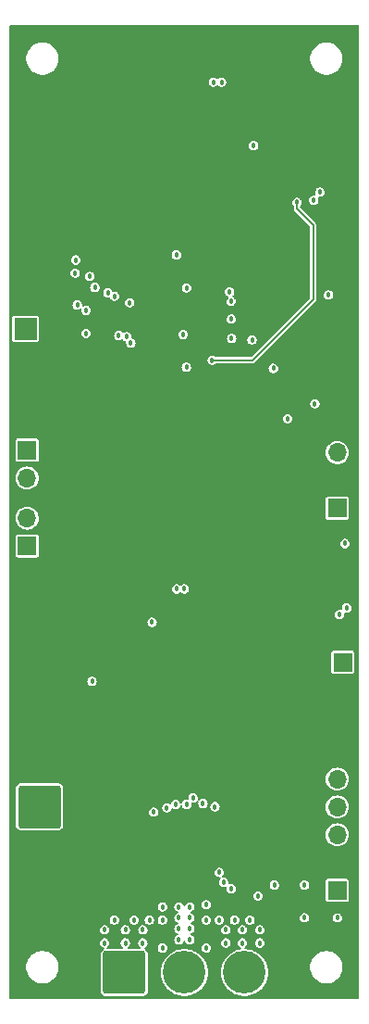
<source format=gbr>
%TF.GenerationSoftware,KiCad,Pcbnew,8.0.7*%
%TF.CreationDate,2025-01-08T02:27:13-05:00*%
%TF.ProjectId,active-drag-system,61637469-7665-42d6-9472-61672d737973,rev?*%
%TF.SameCoordinates,Original*%
%TF.FileFunction,Copper,L3,Inr*%
%TF.FilePolarity,Positive*%
%FSLAX46Y46*%
G04 Gerber Fmt 4.6, Leading zero omitted, Abs format (unit mm)*
G04 Created by KiCad (PCBNEW 8.0.7) date 2025-01-08 02:27:13*
%MOMM*%
%LPD*%
G01*
G04 APERTURE LIST*
G04 Aperture macros list*
%AMRoundRect*
0 Rectangle with rounded corners*
0 $1 Rounding radius*
0 $2 $3 $4 $5 $6 $7 $8 $9 X,Y pos of 4 corners*
0 Add a 4 corners polygon primitive as box body*
4,1,4,$2,$3,$4,$5,$6,$7,$8,$9,$2,$3,0*
0 Add four circle primitives for the rounded corners*
1,1,$1+$1,$2,$3*
1,1,$1+$1,$4,$5*
1,1,$1+$1,$6,$7*
1,1,$1+$1,$8,$9*
0 Add four rect primitives between the rounded corners*
20,1,$1+$1,$2,$3,$4,$5,0*
20,1,$1+$1,$4,$5,$6,$7,0*
20,1,$1+$1,$6,$7,$8,$9,0*
20,1,$1+$1,$8,$9,$2,$3,0*%
G04 Aperture macros list end*
%TA.AperFunction,ComponentPad*%
%ADD10RoundRect,0.250002X-1.699998X-1.699998X1.699998X-1.699998X1.699998X1.699998X-1.699998X1.699998X0*%
%TD*%
%TA.AperFunction,ComponentPad*%
%ADD11C,3.900000*%
%TD*%
%TA.AperFunction,ComponentPad*%
%ADD12R,1.700000X1.700000*%
%TD*%
%TA.AperFunction,ComponentPad*%
%ADD13O,1.700000X1.700000*%
%TD*%
%TA.AperFunction,ComponentPad*%
%ADD14RoundRect,0.250002X-1.699998X1.699998X-1.699998X-1.699998X1.699998X-1.699998X1.699998X1.699998X0*%
%TD*%
%TA.AperFunction,HeatsinkPad*%
%ADD15C,0.457200*%
%TD*%
%TA.AperFunction,ComponentPad*%
%ADD16O,0.900000X1.800000*%
%TD*%
%TA.AperFunction,ComponentPad*%
%ADD17R,2.000000X2.000000*%
%TD*%
%TA.AperFunction,ComponentPad*%
%ADD18C,2.000000*%
%TD*%
%TA.AperFunction,ViaPad*%
%ADD19C,0.457200*%
%TD*%
%TA.AperFunction,Conductor*%
%ADD20C,0.150000*%
%TD*%
G04 APERTURE END LIST*
D10*
%TO.N,/Motor Driver/PHASE_A*%
%TO.C,J7*%
X142500000Y-147500000D03*
D11*
%TO.N,/Motor Driver/PHASE_B*%
X148000000Y-147500000D03*
%TO.N,/Motor Driver/PHASE_C*%
X153500000Y-147500000D03*
%TD*%
D12*
%TO.N,/MCU_RP2040/UART0_TX*%
%TO.C,J5*%
X133600000Y-99775000D03*
D13*
%TO.N,/MCU_RP2040/UART0_RX*%
X133600000Y-102315000D03*
%TD*%
D14*
%TO.N,/VBAT*%
%TO.C,J2*%
X134750000Y-132350000D03*
D11*
%TO.N,GND*%
X134750000Y-140150000D03*
%TD*%
D15*
%TO.N,GND*%
%TO.C,U9*%
X146750000Y-135750000D03*
X146750000Y-137000000D03*
X146750000Y-138500000D03*
X147250000Y-134500000D03*
X147250000Y-139500000D03*
X148000000Y-135750000D03*
X148000000Y-137000000D03*
X148000000Y-138500000D03*
X148750000Y-134500000D03*
X148750000Y-139500000D03*
X149250000Y-135750000D03*
X149250000Y-137000000D03*
X149250000Y-138500000D03*
%TD*%
D12*
%TO.N,/MCU_RP2040/I2C1_SCL*%
%TO.C,J6*%
X133600000Y-108525000D03*
D13*
%TO.N,/MCU_RP2040/I2C1_SDA*%
X133600000Y-105985000D03*
%TD*%
D12*
%TO.N,/+3V3*%
%TO.C,J4*%
X162000000Y-140000000D03*
D13*
%TO.N,GND*%
X162000000Y-137460000D03*
%TO.N,/Motor Driver/HALL_SENSE_A*%
X162000000Y-134920000D03*
%TO.N,/Motor Driver/HALL_SENSE_B*%
X162000000Y-132380000D03*
%TO.N,/Motor Driver/HALL_SENSE_C*%
X162000000Y-129840000D03*
%TD*%
D15*
%TO.N,GND*%
%TO.C,U1*%
X146212500Y-85750000D03*
X146212500Y-87000000D03*
X146212500Y-88250000D03*
X147462500Y-85750000D03*
X147462500Y-87000000D03*
X147462500Y-88250000D03*
X148712500Y-85750000D03*
X148712500Y-87000000D03*
X148712500Y-88250000D03*
%TD*%
D12*
%TO.N,/+5V*%
%TO.C,J1*%
X162500000Y-119160000D03*
D13*
%TO.N,GND*%
X162500000Y-121700000D03*
%TD*%
D12*
%TO.N,/MCU_RP2040/SWCLK*%
%TO.C,J8*%
X162000000Y-105080000D03*
D13*
%TO.N,GND*%
X162000000Y-102540000D03*
%TO.N,/MCU_RP2040/SWDIO*%
X162000000Y-100000000D03*
%TD*%
D16*
%TO.N,GND*%
%TO.C,J3*%
X151750000Y-62100000D03*
X145150000Y-62100000D03*
%TD*%
D17*
%TO.N,/MCU_RP2040/BUZZ_OUT*%
%TO.C,BZ1*%
X133450000Y-88700000D03*
D18*
%TO.N,GND*%
X133450000Y-96300000D03*
%TD*%
D19*
%TO.N,GND*%
X161750000Y-77750000D03*
X156250000Y-107250000D03*
X146000000Y-77300000D03*
X140800000Y-136350000D03*
X146462500Y-89562500D03*
X159750000Y-133750000D03*
X160200000Y-79000000D03*
X156100000Y-137550000D03*
X137000000Y-120500000D03*
X137200000Y-78800000D03*
X154975000Y-82625000D03*
X159247800Y-111800000D03*
X163050000Y-94150000D03*
X135750000Y-87550000D03*
X138750000Y-85650000D03*
X153150000Y-64550000D03*
X155700000Y-77150000D03*
X136350000Y-102550000D03*
X148997800Y-117600000D03*
X152169586Y-117549874D03*
X138600000Y-88100000D03*
X140300000Y-103050000D03*
X140300000Y-98050000D03*
X159500000Y-107000000D03*
X143850000Y-64550000D03*
X140500000Y-137000000D03*
X143650000Y-91100000D03*
X151250000Y-95300000D03*
X157250000Y-95050000D03*
X144600000Y-127950000D03*
X155250000Y-71950000D03*
X152000000Y-77600000D03*
X150800000Y-103050000D03*
X151750000Y-134500000D03*
X152000000Y-135750000D03*
X160797800Y-109500000D03*
X161400000Y-86300000D03*
X150800000Y-98050000D03*
X149969586Y-117649874D03*
X153519460Y-118800000D03*
X138600000Y-136800000D03*
X135450000Y-99400000D03*
X158450000Y-91200000D03*
X149900000Y-77600000D03*
X156200000Y-77800000D03*
X159450000Y-77800000D03*
X149949688Y-125543699D03*
X157425001Y-72575001D03*
X136700000Y-107250000D03*
X156500000Y-68250000D03*
X154597800Y-112850000D03*
X134000000Y-120250000D03*
X138850000Y-81900000D03*
X163100000Y-81600000D03*
X157550000Y-93300000D03*
X153719460Y-124400000D03*
X156600000Y-88300000D03*
X143600000Y-70100000D03*
X159647800Y-110950000D03*
X140700000Y-82600000D03*
X142850000Y-94400000D03*
X144353651Y-130996349D03*
X145000000Y-114500000D03*
X144847800Y-111900000D03*
X152143387Y-125650000D03*
X136000000Y-120250000D03*
X159500000Y-131000000D03*
X147600000Y-77400000D03*
X140804164Y-115450000D03*
X152050000Y-90650000D03*
X152713094Y-86613094D03*
X132850000Y-86200000D03*
X144500000Y-91850000D03*
X162550000Y-93700000D03*
%TO.N,/MCU_RP2040/BUZZ_OUT*%
X139350000Y-83900000D03*
%TO.N,+1V1*%
X147262500Y-81937500D03*
X148187500Y-92200000D03*
X148200000Y-84949998D03*
X147900000Y-89200000D03*
%TO.N,/Motor Driver/PHASE_A*%
X146000000Y-142700000D03*
X140700000Y-144800000D03*
X143400000Y-142700000D03*
X140700000Y-143600000D03*
X142600000Y-144800000D03*
X141600000Y-142700000D03*
X142600000Y-143600000D03*
X144200000Y-144800000D03*
X146000000Y-141500000D03*
X144800000Y-142700000D03*
X144200000Y-143600000D03*
%TO.N,/Motor Driver/PHASE_B*%
X147500000Y-141500000D03*
X148500000Y-144500000D03*
X147500000Y-143500000D03*
X148500000Y-141500000D03*
X150000000Y-145250000D03*
X147500000Y-142500000D03*
X148500000Y-142500000D03*
X146000000Y-145250000D03*
X148500000Y-143500000D03*
X147500000Y-144500000D03*
%TO.N,/Motor Driver/PHASE_C*%
X150000000Y-141300000D03*
X151800000Y-144800000D03*
X150000000Y-142700000D03*
X153300000Y-143600000D03*
X154900000Y-143600000D03*
X151800000Y-143600000D03*
X154000000Y-142700000D03*
X154900000Y-144800000D03*
X151200000Y-142700000D03*
X153300000Y-144800000D03*
X152600000Y-142700000D03*
%TO.N,/MCU_RP2040/I2C0_SCL*%
X159950000Y-95531502D03*
X160400000Y-76200000D03*
X138050000Y-82400000D03*
X154200000Y-89700000D03*
%TO.N,/MCU_RP2040/I2C0_SDA*%
X138000000Y-83600000D03*
X157450000Y-96900000D03*
X152323231Y-89576769D03*
X159850000Y-76950000D03*
%TO.N,Net-(U3-PG)*%
X139547800Y-120900000D03*
X145047800Y-115500000D03*
%TO.N,/MCU_RP2040/nFAULT*%
X142700000Y-89400000D03*
X151600000Y-139250001D03*
%TO.N,/MCU_RP2040/FGOUT*%
X138200000Y-86500000D03*
X145200000Y-132850000D03*
%TO.N,/MCU_RP2040/LED_OUT*%
X154350000Y-71950000D03*
X152300000Y-86200000D03*
%TO.N,/MCU_RP2040/MOTOR_PWM*%
X146400000Y-132450000D03*
X139000000Y-87000000D03*
%TO.N,/MCU_RP2040/DRVOFF*%
X152300000Y-139850000D03*
X143100000Y-90000000D03*
%TO.N,/MG*%
X161200000Y-85600000D03*
X152300000Y-87800000D03*
%TO.N,/MCU_RP2040/BRAKE*%
X147200000Y-132150000D03*
X139000000Y-89100000D03*
%TO.N,/MCU_RP2040/nSLEEP*%
X141996349Y-89296349D03*
X151200000Y-138350000D03*
%TO.N,/MCU_RP2040/SPI0_RX*%
X143000000Y-86300000D03*
X150800000Y-132350000D03*
%TO.N,/MCU_RP2040/SPI0_TX*%
X141600000Y-85700000D03*
X149700000Y-132050000D03*
%TO.N,/MCU_RP2040/SPI0_CSn0*%
X139800000Y-84900000D03*
X148200000Y-132150000D03*
%TO.N,/MCU_RP2040/SPI0_SCK*%
X141000000Y-85400000D03*
X148800000Y-131550000D03*
%TO.N,/+3V3*%
X159000000Y-139500000D03*
X152150000Y-85300000D03*
X156150000Y-92300000D03*
X156250000Y-139500000D03*
X162697800Y-108300000D03*
X162000000Y-142500000D03*
X159000000Y-142500000D03*
X154750000Y-140500000D03*
X162197800Y-114800000D03*
X162847800Y-114200000D03*
%TO.N,/VBUS*%
X150650000Y-66150000D03*
X147997800Y-112450000D03*
X147297800Y-112450000D03*
X151400000Y-66150000D03*
%TO.N,/MAG*%
X158304481Y-77145519D03*
X150550000Y-91550000D03*
%TD*%
D20*
%TO.N,/MAG*%
X159800000Y-86000000D02*
X159800000Y-79208961D01*
X150550000Y-91550000D02*
X154250000Y-91550000D01*
X158304481Y-77713442D02*
X158304481Y-77145519D01*
X154250000Y-91550000D02*
X159800000Y-86000000D01*
X159800000Y-79208961D02*
X158304481Y-77713442D01*
%TD*%
%TA.AperFunction,Conductor*%
%TO.N,GND*%
G36*
X163958691Y-60919407D02*
G01*
X163994655Y-60968907D01*
X163999500Y-60999500D01*
X163999500Y-149800500D01*
X163980593Y-149858691D01*
X163931093Y-149894655D01*
X163900500Y-149899500D01*
X132099500Y-149899500D01*
X132041309Y-149880593D01*
X132005345Y-149831093D01*
X132000500Y-149800500D01*
X132000500Y-146883714D01*
X133522500Y-146883714D01*
X133522500Y-147116285D01*
X133558879Y-147345977D01*
X133558881Y-147345982D01*
X133630747Y-147567163D01*
X133736328Y-147774379D01*
X133873026Y-147962527D01*
X134037473Y-148126974D01*
X134225621Y-148263672D01*
X134432837Y-148369253D01*
X134654018Y-148441119D01*
X134654019Y-148441119D01*
X134654022Y-148441120D01*
X134883715Y-148477500D01*
X134883718Y-148477500D01*
X135116285Y-148477500D01*
X135345977Y-148441120D01*
X135345978Y-148441119D01*
X135345982Y-148441119D01*
X135567163Y-148369253D01*
X135774379Y-148263672D01*
X135962527Y-148126974D01*
X136126974Y-147962527D01*
X136263672Y-147774379D01*
X136369253Y-147567163D01*
X136441119Y-147345982D01*
X136477500Y-147116282D01*
X136477500Y-146883718D01*
X136477500Y-146883714D01*
X136441120Y-146654022D01*
X136436966Y-146641236D01*
X136369253Y-146432837D01*
X136263672Y-146225621D01*
X136126974Y-146037473D01*
X135962527Y-145873026D01*
X135774379Y-145736328D01*
X135774378Y-145736327D01*
X135774376Y-145736326D01*
X135567163Y-145630747D01*
X135345977Y-145558879D01*
X135116285Y-145522500D01*
X135116282Y-145522500D01*
X134883718Y-145522500D01*
X134883715Y-145522500D01*
X134654022Y-145558879D01*
X134432836Y-145630747D01*
X134225623Y-145736326D01*
X134037474Y-145873025D01*
X133873025Y-146037474D01*
X133736326Y-146225623D01*
X133630747Y-146432836D01*
X133558879Y-146654022D01*
X133522500Y-146883714D01*
X132000500Y-146883714D01*
X132000500Y-144799997D01*
X140266487Y-144799997D01*
X140266487Y-144800002D01*
X140284046Y-144922134D01*
X140326743Y-145015625D01*
X140335306Y-145034375D01*
X140416109Y-145127627D01*
X140477711Y-145167216D01*
X140519905Y-145194333D01*
X140519912Y-145194337D01*
X140572574Y-145209800D01*
X140576273Y-145210886D01*
X140626780Y-145245422D01*
X140647341Y-145303049D01*
X140630102Y-145361756D01*
X140592212Y-145390973D01*
X140593675Y-145393742D01*
X140587121Y-145397205D01*
X140477852Y-145477850D01*
X140477850Y-145477852D01*
X140397206Y-145587119D01*
X140352355Y-145715297D01*
X140352353Y-145715306D01*
X140349500Y-145745727D01*
X140349500Y-149254272D01*
X140352353Y-149284693D01*
X140352355Y-149284702D01*
X140397206Y-149412880D01*
X140425830Y-149451663D01*
X140477851Y-149522149D01*
X140587119Y-149602793D01*
X140715302Y-149647646D01*
X140745727Y-149650499D01*
X140745729Y-149650500D01*
X140745736Y-149650500D01*
X144254271Y-149650500D01*
X144254271Y-149650499D01*
X144284698Y-149647646D01*
X144412881Y-149602793D01*
X144522149Y-149522149D01*
X144602793Y-149412881D01*
X144647646Y-149284698D01*
X144650499Y-149254271D01*
X144650500Y-149254271D01*
X144650500Y-147499997D01*
X145844475Y-147499997D01*
X145844475Y-147500002D01*
X145864551Y-147793507D01*
X145864552Y-147793511D01*
X145924408Y-148081554D01*
X146022928Y-148358764D01*
X146158278Y-148619976D01*
X146327935Y-148860326D01*
X146528740Y-149075335D01*
X146756951Y-149260999D01*
X146756957Y-149261003D01*
X146756959Y-149261004D01*
X147008313Y-149413856D01*
X147008325Y-149413863D01*
X147153147Y-149476766D01*
X147278159Y-149531067D01*
X147561445Y-149610440D01*
X147852902Y-149650500D01*
X147852908Y-149650500D01*
X148147092Y-149650500D01*
X148147098Y-149650500D01*
X148438555Y-149610440D01*
X148721841Y-149531067D01*
X148912413Y-149448290D01*
X148991674Y-149413863D01*
X148991677Y-149413860D01*
X148991682Y-149413859D01*
X149243049Y-149260999D01*
X149471260Y-149075335D01*
X149672065Y-148860326D01*
X149841722Y-148619976D01*
X149977072Y-148358764D01*
X150075592Y-148081554D01*
X150135448Y-147793511D01*
X150155525Y-147500000D01*
X150155525Y-147499997D01*
X151344475Y-147499997D01*
X151344475Y-147500002D01*
X151364551Y-147793507D01*
X151364552Y-147793511D01*
X151424408Y-148081554D01*
X151522928Y-148358764D01*
X151658278Y-148619976D01*
X151827935Y-148860326D01*
X152028740Y-149075335D01*
X152256951Y-149260999D01*
X152256957Y-149261003D01*
X152256959Y-149261004D01*
X152508313Y-149413856D01*
X152508325Y-149413863D01*
X152653147Y-149476766D01*
X152778159Y-149531067D01*
X153061445Y-149610440D01*
X153352902Y-149650500D01*
X153352908Y-149650500D01*
X153647092Y-149650500D01*
X153647098Y-149650500D01*
X153938555Y-149610440D01*
X154221841Y-149531067D01*
X154412413Y-149448290D01*
X154491674Y-149413863D01*
X154491677Y-149413860D01*
X154491682Y-149413859D01*
X154743049Y-149260999D01*
X154971260Y-149075335D01*
X155172065Y-148860326D01*
X155341722Y-148619976D01*
X155477072Y-148358764D01*
X155575592Y-148081554D01*
X155635448Y-147793511D01*
X155655525Y-147500000D01*
X155635448Y-147206489D01*
X155575592Y-146918446D01*
X155563248Y-146883714D01*
X159522500Y-146883714D01*
X159522500Y-147116285D01*
X159558879Y-147345977D01*
X159558881Y-147345982D01*
X159630747Y-147567163D01*
X159736328Y-147774379D01*
X159873026Y-147962527D01*
X160037473Y-148126974D01*
X160225621Y-148263672D01*
X160432837Y-148369253D01*
X160654018Y-148441119D01*
X160654019Y-148441119D01*
X160654022Y-148441120D01*
X160883715Y-148477500D01*
X160883718Y-148477500D01*
X161116285Y-148477500D01*
X161345977Y-148441120D01*
X161345978Y-148441119D01*
X161345982Y-148441119D01*
X161567163Y-148369253D01*
X161774379Y-148263672D01*
X161962527Y-148126974D01*
X162126974Y-147962527D01*
X162263672Y-147774379D01*
X162369253Y-147567163D01*
X162441119Y-147345982D01*
X162477500Y-147116282D01*
X162477500Y-146883718D01*
X162477500Y-146883714D01*
X162441120Y-146654022D01*
X162436966Y-146641236D01*
X162369253Y-146432837D01*
X162263672Y-146225621D01*
X162126974Y-146037473D01*
X161962527Y-145873026D01*
X161774379Y-145736328D01*
X161774378Y-145736327D01*
X161774376Y-145736326D01*
X161567163Y-145630747D01*
X161345977Y-145558879D01*
X161116285Y-145522500D01*
X161116282Y-145522500D01*
X160883718Y-145522500D01*
X160883715Y-145522500D01*
X160654022Y-145558879D01*
X160432836Y-145630747D01*
X160225623Y-145736326D01*
X160037474Y-145873025D01*
X159873025Y-146037474D01*
X159736326Y-146225623D01*
X159630747Y-146432836D01*
X159558879Y-146654022D01*
X159522500Y-146883714D01*
X155563248Y-146883714D01*
X155477072Y-146641236D01*
X155341722Y-146380024D01*
X155172065Y-146139674D01*
X154971260Y-145924665D01*
X154743049Y-145739001D01*
X154743044Y-145738998D01*
X154743040Y-145738995D01*
X154491686Y-145586143D01*
X154491674Y-145586136D01*
X154257392Y-145484375D01*
X154221841Y-145468933D01*
X153938555Y-145389560D01*
X153647098Y-145349500D01*
X153575813Y-145349500D01*
X153517622Y-145330593D01*
X153481658Y-145281093D01*
X153481658Y-145219907D01*
X153517622Y-145170407D01*
X153522289Y-145167216D01*
X153583891Y-145127627D01*
X153664694Y-145034375D01*
X153715953Y-144922135D01*
X153733513Y-144800000D01*
X153733513Y-144799997D01*
X154466487Y-144799997D01*
X154466487Y-144800002D01*
X154484046Y-144922134D01*
X154526743Y-145015625D01*
X154535306Y-145034375D01*
X154616109Y-145127627D01*
X154677711Y-145167216D01*
X154719905Y-145194333D01*
X154719912Y-145194337D01*
X154838305Y-145229100D01*
X154838306Y-145229100D01*
X154961694Y-145229100D01*
X154961695Y-145229100D01*
X155080088Y-145194337D01*
X155183891Y-145127627D01*
X155264694Y-145034375D01*
X155315953Y-144922135D01*
X155333513Y-144800000D01*
X155324077Y-144734373D01*
X155315953Y-144677865D01*
X155296508Y-144635287D01*
X155264694Y-144565625D01*
X155183891Y-144472373D01*
X155155645Y-144454220D01*
X155080092Y-144405665D01*
X155080089Y-144405664D01*
X155080088Y-144405663D01*
X154985416Y-144377865D01*
X154961696Y-144370900D01*
X154961695Y-144370900D01*
X154838305Y-144370900D01*
X154838303Y-144370900D01*
X154719912Y-144405663D01*
X154719907Y-144405665D01*
X154616113Y-144472370D01*
X154616108Y-144472374D01*
X154535306Y-144565624D01*
X154484046Y-144677865D01*
X154466487Y-144799997D01*
X153733513Y-144799997D01*
X153724077Y-144734373D01*
X153715953Y-144677865D01*
X153696508Y-144635287D01*
X153664694Y-144565625D01*
X153583891Y-144472373D01*
X153555645Y-144454220D01*
X153480092Y-144405665D01*
X153480089Y-144405664D01*
X153480088Y-144405663D01*
X153385416Y-144377865D01*
X153361696Y-144370900D01*
X153361695Y-144370900D01*
X153238305Y-144370900D01*
X153238303Y-144370900D01*
X153119912Y-144405663D01*
X153119907Y-144405665D01*
X153016113Y-144472370D01*
X153016108Y-144472374D01*
X152935306Y-144565624D01*
X152884046Y-144677865D01*
X152866487Y-144799997D01*
X152866487Y-144800002D01*
X152884046Y-144922134D01*
X152926743Y-145015625D01*
X152935306Y-145034375D01*
X153016109Y-145127627D01*
X153119912Y-145194337D01*
X153119919Y-145194339D01*
X153124716Y-145196530D01*
X153169795Y-145237901D01*
X153181947Y-145297868D01*
X153156531Y-145353525D01*
X153103255Y-145383613D01*
X153097077Y-145384662D01*
X153061445Y-145389560D01*
X153061442Y-145389560D01*
X153061441Y-145389561D01*
X153034156Y-145397206D01*
X152778159Y-145468933D01*
X152778155Y-145468934D01*
X152778154Y-145468935D01*
X152508325Y-145586136D01*
X152508313Y-145586143D01*
X152256959Y-145738995D01*
X152256945Y-145739005D01*
X152028745Y-145924660D01*
X152028744Y-145924661D01*
X152028741Y-145924664D01*
X152028740Y-145924665D01*
X151868096Y-146096672D01*
X151827934Y-146139675D01*
X151827929Y-146139681D01*
X151658278Y-146380023D01*
X151522926Y-146641240D01*
X151465941Y-146801580D01*
X151436751Y-146883718D01*
X151424407Y-146918450D01*
X151364553Y-147206483D01*
X151364551Y-147206492D01*
X151344475Y-147499997D01*
X150155525Y-147499997D01*
X150135448Y-147206489D01*
X150075592Y-146918446D01*
X149977072Y-146641236D01*
X149841722Y-146380024D01*
X149672065Y-146139674D01*
X149471260Y-145924665D01*
X149243049Y-145739001D01*
X149243044Y-145738998D01*
X149243040Y-145738995D01*
X148991686Y-145586143D01*
X148991674Y-145586136D01*
X148757392Y-145484375D01*
X148721841Y-145468933D01*
X148438555Y-145389560D01*
X148147098Y-145349500D01*
X147852902Y-145349500D01*
X147561445Y-145389560D01*
X147561441Y-145389560D01*
X147561441Y-145389561D01*
X147534156Y-145397206D01*
X147278159Y-145468933D01*
X147278155Y-145468934D01*
X147278154Y-145468935D01*
X147008325Y-145586136D01*
X147008313Y-145586143D01*
X146756959Y-145738995D01*
X146756945Y-145739005D01*
X146528745Y-145924660D01*
X146528744Y-145924661D01*
X146528741Y-145924664D01*
X146528740Y-145924665D01*
X146368096Y-146096672D01*
X146327934Y-146139675D01*
X146327929Y-146139681D01*
X146158278Y-146380023D01*
X146022926Y-146641240D01*
X145965941Y-146801580D01*
X145936751Y-146883718D01*
X145924407Y-146918450D01*
X145864553Y-147206483D01*
X145864551Y-147206492D01*
X145844475Y-147499997D01*
X144650500Y-147499997D01*
X144650500Y-145745729D01*
X144650499Y-145745727D01*
X144649618Y-145736328D01*
X144647646Y-145715302D01*
X144602793Y-145587119D01*
X144522149Y-145477851D01*
X144412881Y-145397207D01*
X144412880Y-145397206D01*
X144373293Y-145383354D01*
X144324612Y-145346288D01*
X144307016Y-145287688D01*
X144320205Y-145249997D01*
X145566487Y-145249997D01*
X145566487Y-145250002D01*
X145584046Y-145372134D01*
X145595497Y-145397207D01*
X145635306Y-145484375D01*
X145716109Y-145577627D01*
X145791666Y-145626184D01*
X145798765Y-145630747D01*
X145819912Y-145644337D01*
X145938305Y-145679100D01*
X145938306Y-145679100D01*
X146061694Y-145679100D01*
X146061695Y-145679100D01*
X146180088Y-145644337D01*
X146283891Y-145577627D01*
X146364694Y-145484375D01*
X146415953Y-145372135D01*
X146426631Y-145297868D01*
X146433513Y-145250002D01*
X146433513Y-145249997D01*
X149566487Y-145249997D01*
X149566487Y-145250002D01*
X149584046Y-145372134D01*
X149595497Y-145397207D01*
X149635306Y-145484375D01*
X149716109Y-145577627D01*
X149791666Y-145626184D01*
X149798765Y-145630747D01*
X149819912Y-145644337D01*
X149938305Y-145679100D01*
X149938306Y-145679100D01*
X150061694Y-145679100D01*
X150061695Y-145679100D01*
X150180088Y-145644337D01*
X150283891Y-145577627D01*
X150364694Y-145484375D01*
X150415953Y-145372135D01*
X150426631Y-145297868D01*
X150433513Y-145250002D01*
X150433513Y-145249997D01*
X150415953Y-145127865D01*
X150373257Y-145034375D01*
X150364694Y-145015625D01*
X150283891Y-144922373D01*
X150240266Y-144894337D01*
X150180092Y-144855665D01*
X150180089Y-144855664D01*
X150180088Y-144855663D01*
X150120891Y-144838281D01*
X150061696Y-144820900D01*
X150061695Y-144820900D01*
X149938305Y-144820900D01*
X149938303Y-144820900D01*
X149819912Y-144855663D01*
X149819907Y-144855665D01*
X149716113Y-144922370D01*
X149716108Y-144922374D01*
X149635306Y-145015624D01*
X149584046Y-145127865D01*
X149566487Y-145249997D01*
X146433513Y-145249997D01*
X146415953Y-145127865D01*
X146373257Y-145034375D01*
X146364694Y-145015625D01*
X146283891Y-144922373D01*
X146240266Y-144894337D01*
X146180092Y-144855665D01*
X146180089Y-144855664D01*
X146180088Y-144855663D01*
X146120891Y-144838281D01*
X146061696Y-144820900D01*
X146061695Y-144820900D01*
X145938305Y-144820900D01*
X145938303Y-144820900D01*
X145819912Y-144855663D01*
X145819907Y-144855665D01*
X145716113Y-144922370D01*
X145716108Y-144922374D01*
X145635306Y-145015624D01*
X145584046Y-145127865D01*
X145566487Y-145249997D01*
X144320205Y-145249997D01*
X144327225Y-145229936D01*
X144373819Y-145197655D01*
X144373647Y-145197278D01*
X144375749Y-145196317D01*
X144377519Y-145195092D01*
X144377762Y-145195019D01*
X144380088Y-145194337D01*
X144483891Y-145127627D01*
X144564694Y-145034375D01*
X144615953Y-144922135D01*
X144633513Y-144800000D01*
X144624077Y-144734373D01*
X144615953Y-144677865D01*
X144596508Y-144635287D01*
X144564694Y-144565625D01*
X144483891Y-144472373D01*
X144455645Y-144454220D01*
X144380092Y-144405665D01*
X144380089Y-144405664D01*
X144380088Y-144405663D01*
X144285416Y-144377865D01*
X144261696Y-144370900D01*
X144261695Y-144370900D01*
X144138305Y-144370900D01*
X144138303Y-144370900D01*
X144019912Y-144405663D01*
X144019907Y-144405665D01*
X143916113Y-144472370D01*
X143916108Y-144472374D01*
X143835306Y-144565624D01*
X143784046Y-144677865D01*
X143766487Y-144799997D01*
X143766487Y-144800002D01*
X143784046Y-144922134D01*
X143826743Y-145015625D01*
X143835306Y-145034375D01*
X143916109Y-145127627D01*
X143977711Y-145167216D01*
X144016442Y-145214582D01*
X144019935Y-145275668D01*
X143986855Y-145327140D01*
X143929839Y-145349339D01*
X143924187Y-145349500D01*
X142875813Y-145349500D01*
X142817622Y-145330593D01*
X142781658Y-145281093D01*
X142781658Y-145219907D01*
X142817622Y-145170407D01*
X142822289Y-145167216D01*
X142883891Y-145127627D01*
X142964694Y-145034375D01*
X143015953Y-144922135D01*
X143033513Y-144800000D01*
X143024077Y-144734373D01*
X143015953Y-144677865D01*
X142996508Y-144635287D01*
X142964694Y-144565625D01*
X142883891Y-144472373D01*
X142855645Y-144454220D01*
X142780092Y-144405665D01*
X142780089Y-144405664D01*
X142780088Y-144405663D01*
X142685416Y-144377865D01*
X142661696Y-144370900D01*
X142661695Y-144370900D01*
X142538305Y-144370900D01*
X142538303Y-144370900D01*
X142419912Y-144405663D01*
X142419907Y-144405665D01*
X142316113Y-144472370D01*
X142316108Y-144472374D01*
X142235306Y-144565624D01*
X142184046Y-144677865D01*
X142166487Y-144799997D01*
X142166487Y-144800002D01*
X142184046Y-144922134D01*
X142226743Y-145015625D01*
X142235306Y-145034375D01*
X142316109Y-145127627D01*
X142377711Y-145167216D01*
X142416442Y-145214582D01*
X142419935Y-145275668D01*
X142386855Y-145327140D01*
X142329839Y-145349339D01*
X142324187Y-145349500D01*
X140975813Y-145349500D01*
X140917622Y-145330593D01*
X140881658Y-145281093D01*
X140881658Y-145219907D01*
X140917622Y-145170407D01*
X140922289Y-145167216D01*
X140983891Y-145127627D01*
X141064694Y-145034375D01*
X141115953Y-144922135D01*
X141133513Y-144800000D01*
X141124077Y-144734373D01*
X141115953Y-144677865D01*
X141096508Y-144635287D01*
X141064694Y-144565625D01*
X140983891Y-144472373D01*
X140955645Y-144454220D01*
X140880092Y-144405665D01*
X140880089Y-144405664D01*
X140880088Y-144405663D01*
X140785416Y-144377865D01*
X140761696Y-144370900D01*
X140761695Y-144370900D01*
X140638305Y-144370900D01*
X140638303Y-144370900D01*
X140519912Y-144405663D01*
X140519907Y-144405665D01*
X140416113Y-144472370D01*
X140416108Y-144472374D01*
X140335306Y-144565624D01*
X140284046Y-144677865D01*
X140266487Y-144799997D01*
X132000500Y-144799997D01*
X132000500Y-143599997D01*
X140266487Y-143599997D01*
X140266487Y-143600002D01*
X140284046Y-143722134D01*
X140332223Y-143827625D01*
X140335306Y-143834375D01*
X140416109Y-143927627D01*
X140519912Y-143994337D01*
X140638305Y-144029100D01*
X140638306Y-144029100D01*
X140761694Y-144029100D01*
X140761695Y-144029100D01*
X140880088Y-143994337D01*
X140983891Y-143927627D01*
X141064694Y-143834375D01*
X141115953Y-143722135D01*
X141130331Y-143622134D01*
X141133513Y-143600002D01*
X141133513Y-143599997D01*
X142166487Y-143599997D01*
X142166487Y-143600002D01*
X142184046Y-143722134D01*
X142232223Y-143827625D01*
X142235306Y-143834375D01*
X142316109Y-143927627D01*
X142419912Y-143994337D01*
X142538305Y-144029100D01*
X142538306Y-144029100D01*
X142661694Y-144029100D01*
X142661695Y-144029100D01*
X142780088Y-143994337D01*
X142883891Y-143927627D01*
X142964694Y-143834375D01*
X143015953Y-143722135D01*
X143030331Y-143622134D01*
X143033513Y-143600002D01*
X143033513Y-143599997D01*
X143766487Y-143599997D01*
X143766487Y-143600002D01*
X143784046Y-143722134D01*
X143832223Y-143827625D01*
X143835306Y-143834375D01*
X143916109Y-143927627D01*
X144019912Y-143994337D01*
X144138305Y-144029100D01*
X144138306Y-144029100D01*
X144261694Y-144029100D01*
X144261695Y-144029100D01*
X144380088Y-143994337D01*
X144483891Y-143927627D01*
X144564694Y-143834375D01*
X144615953Y-143722135D01*
X144630331Y-143622134D01*
X144633513Y-143600002D01*
X144633513Y-143599997D01*
X144615953Y-143477865D01*
X144590413Y-143421941D01*
X144564694Y-143365625D01*
X144483891Y-143272373D01*
X144455645Y-143254220D01*
X144380092Y-143205665D01*
X144380089Y-143205664D01*
X144380088Y-143205663D01*
X144320891Y-143188281D01*
X144261696Y-143170900D01*
X144261695Y-143170900D01*
X144138305Y-143170900D01*
X144138303Y-143170900D01*
X144019912Y-143205663D01*
X144019907Y-143205665D01*
X143916113Y-143272370D01*
X143916108Y-143272374D01*
X143835306Y-143365624D01*
X143784046Y-143477865D01*
X143766487Y-143599997D01*
X143033513Y-143599997D01*
X143015953Y-143477865D01*
X142990413Y-143421941D01*
X142964694Y-143365625D01*
X142883891Y-143272373D01*
X142855645Y-143254220D01*
X142780092Y-143205665D01*
X142780089Y-143205664D01*
X142780088Y-143205663D01*
X142720891Y-143188281D01*
X142661696Y-143170900D01*
X142661695Y-143170900D01*
X142538305Y-143170900D01*
X142538303Y-143170900D01*
X142419912Y-143205663D01*
X142419907Y-143205665D01*
X142316113Y-143272370D01*
X142316108Y-143272374D01*
X142235306Y-143365624D01*
X142184046Y-143477865D01*
X142166487Y-143599997D01*
X141133513Y-143599997D01*
X141115953Y-143477865D01*
X141090413Y-143421941D01*
X141064694Y-143365625D01*
X140983891Y-143272373D01*
X140955645Y-143254220D01*
X140880092Y-143205665D01*
X140880089Y-143205664D01*
X140880088Y-143205663D01*
X140820891Y-143188281D01*
X140761696Y-143170900D01*
X140761695Y-143170900D01*
X140638305Y-143170900D01*
X140638303Y-143170900D01*
X140519912Y-143205663D01*
X140519907Y-143205665D01*
X140416113Y-143272370D01*
X140416108Y-143272374D01*
X140335306Y-143365624D01*
X140284046Y-143477865D01*
X140266487Y-143599997D01*
X132000500Y-143599997D01*
X132000500Y-142699997D01*
X141166487Y-142699997D01*
X141166487Y-142700002D01*
X141184046Y-142822134D01*
X141232896Y-142929099D01*
X141235306Y-142934375D01*
X141316109Y-143027627D01*
X141383443Y-143070900D01*
X141418209Y-143093243D01*
X141419912Y-143094337D01*
X141538305Y-143129100D01*
X141538306Y-143129100D01*
X141661694Y-143129100D01*
X141661695Y-143129100D01*
X141780088Y-143094337D01*
X141883891Y-143027627D01*
X141964694Y-142934375D01*
X142015953Y-142822135D01*
X142033513Y-142700000D01*
X142033513Y-142699997D01*
X142966487Y-142699997D01*
X142966487Y-142700002D01*
X142984046Y-142822134D01*
X143032896Y-142929099D01*
X143035306Y-142934375D01*
X143116109Y-143027627D01*
X143183443Y-143070900D01*
X143218209Y-143093243D01*
X143219912Y-143094337D01*
X143338305Y-143129100D01*
X143338306Y-143129100D01*
X143461694Y-143129100D01*
X143461695Y-143129100D01*
X143580088Y-143094337D01*
X143683891Y-143027627D01*
X143764694Y-142934375D01*
X143815953Y-142822135D01*
X143833513Y-142700000D01*
X143833513Y-142699997D01*
X144366487Y-142699997D01*
X144366487Y-142700002D01*
X144384046Y-142822134D01*
X144432896Y-142929099D01*
X144435306Y-142934375D01*
X144516109Y-143027627D01*
X144583443Y-143070900D01*
X144618209Y-143093243D01*
X144619912Y-143094337D01*
X144738305Y-143129100D01*
X144738306Y-143129100D01*
X144861694Y-143129100D01*
X144861695Y-143129100D01*
X144980088Y-143094337D01*
X145083891Y-143027627D01*
X145164694Y-142934375D01*
X145215953Y-142822135D01*
X145233513Y-142700000D01*
X145233513Y-142699997D01*
X145566487Y-142699997D01*
X145566487Y-142700002D01*
X145584046Y-142822134D01*
X145632896Y-142929099D01*
X145635306Y-142934375D01*
X145716109Y-143027627D01*
X145783443Y-143070900D01*
X145818209Y-143093243D01*
X145819912Y-143094337D01*
X145938305Y-143129100D01*
X145938306Y-143129100D01*
X146061694Y-143129100D01*
X146061695Y-143129100D01*
X146180088Y-143094337D01*
X146283891Y-143027627D01*
X146364694Y-142934375D01*
X146415953Y-142822135D01*
X146433513Y-142700000D01*
X146415953Y-142577865D01*
X146364694Y-142465625D01*
X146283891Y-142372373D01*
X146255645Y-142354220D01*
X146180092Y-142305665D01*
X146180089Y-142305664D01*
X146180088Y-142305663D01*
X146120891Y-142288281D01*
X146061696Y-142270900D01*
X146061695Y-142270900D01*
X145938305Y-142270900D01*
X145938303Y-142270900D01*
X145819912Y-142305663D01*
X145819907Y-142305665D01*
X145716113Y-142372370D01*
X145716108Y-142372374D01*
X145635306Y-142465624D01*
X145584046Y-142577865D01*
X145566487Y-142699997D01*
X145233513Y-142699997D01*
X145215953Y-142577865D01*
X145164694Y-142465625D01*
X145083891Y-142372373D01*
X145055645Y-142354220D01*
X144980092Y-142305665D01*
X144980089Y-142305664D01*
X144980088Y-142305663D01*
X144920891Y-142288281D01*
X144861696Y-142270900D01*
X144861695Y-142270900D01*
X144738305Y-142270900D01*
X144738303Y-142270900D01*
X144619912Y-142305663D01*
X144619907Y-142305665D01*
X144516113Y-142372370D01*
X144516108Y-142372374D01*
X144435306Y-142465624D01*
X144384046Y-142577865D01*
X144366487Y-142699997D01*
X143833513Y-142699997D01*
X143815953Y-142577865D01*
X143764694Y-142465625D01*
X143683891Y-142372373D01*
X143655645Y-142354220D01*
X143580092Y-142305665D01*
X143580089Y-142305664D01*
X143580088Y-142305663D01*
X143520891Y-142288281D01*
X143461696Y-142270900D01*
X143461695Y-142270900D01*
X143338305Y-142270900D01*
X143338303Y-142270900D01*
X143219912Y-142305663D01*
X143219907Y-142305665D01*
X143116113Y-142372370D01*
X143116108Y-142372374D01*
X143035306Y-142465624D01*
X142984046Y-142577865D01*
X142966487Y-142699997D01*
X142033513Y-142699997D01*
X142015953Y-142577865D01*
X141964694Y-142465625D01*
X141883891Y-142372373D01*
X141855645Y-142354220D01*
X141780092Y-142305665D01*
X141780089Y-142305664D01*
X141780088Y-142305663D01*
X141720891Y-142288281D01*
X141661696Y-142270900D01*
X141661695Y-142270900D01*
X141538305Y-142270900D01*
X141538303Y-142270900D01*
X141419912Y-142305663D01*
X141419907Y-142305665D01*
X141316113Y-142372370D01*
X141316108Y-142372374D01*
X141235306Y-142465624D01*
X141184046Y-142577865D01*
X141166487Y-142699997D01*
X132000500Y-142699997D01*
X132000500Y-141499997D01*
X145566487Y-141499997D01*
X145566487Y-141500002D01*
X145584046Y-141622134D01*
X145617021Y-141694337D01*
X145635306Y-141734375D01*
X145716109Y-141827627D01*
X145819912Y-141894337D01*
X145938305Y-141929100D01*
X145938306Y-141929100D01*
X146061694Y-141929100D01*
X146061695Y-141929100D01*
X146180088Y-141894337D01*
X146283891Y-141827627D01*
X146364694Y-141734375D01*
X146415953Y-141622135D01*
X146433513Y-141500000D01*
X146433513Y-141499997D01*
X147066487Y-141499997D01*
X147066487Y-141500002D01*
X147084046Y-141622134D01*
X147117021Y-141694337D01*
X147135306Y-141734375D01*
X147216109Y-141827627D01*
X147319912Y-141894337D01*
X147356262Y-141905010D01*
X147406768Y-141939546D01*
X147427330Y-141997173D01*
X147410092Y-142055880D01*
X147361639Y-142093243D01*
X147356269Y-142094987D01*
X147319915Y-142105662D01*
X147319912Y-142105663D01*
X147319907Y-142105665D01*
X147216113Y-142172370D01*
X147216108Y-142172374D01*
X147135306Y-142265624D01*
X147084046Y-142377865D01*
X147066487Y-142499997D01*
X147066487Y-142500002D01*
X147084046Y-142622134D01*
X147090053Y-142635287D01*
X147135306Y-142734375D01*
X147216109Y-142827627D01*
X147319912Y-142894337D01*
X147356262Y-142905010D01*
X147406768Y-142939546D01*
X147427330Y-142997173D01*
X147410092Y-143055880D01*
X147361639Y-143093243D01*
X147356269Y-143094987D01*
X147319915Y-143105662D01*
X147319912Y-143105663D01*
X147319907Y-143105665D01*
X147216113Y-143172370D01*
X147216108Y-143172374D01*
X147135306Y-143265624D01*
X147084046Y-143377865D01*
X147066487Y-143499997D01*
X147066487Y-143500002D01*
X147084046Y-143622134D01*
X147090053Y-143635287D01*
X147135306Y-143734375D01*
X147216109Y-143827627D01*
X147319912Y-143894337D01*
X147356262Y-143905010D01*
X147406768Y-143939546D01*
X147427330Y-143997173D01*
X147410092Y-144055880D01*
X147361639Y-144093243D01*
X147356269Y-144094987D01*
X147319915Y-144105662D01*
X147319912Y-144105663D01*
X147319907Y-144105665D01*
X147216113Y-144172370D01*
X147216108Y-144172374D01*
X147135306Y-144265624D01*
X147084046Y-144377865D01*
X147066487Y-144499997D01*
X147066487Y-144500002D01*
X147084046Y-144622134D01*
X147090053Y-144635287D01*
X147135306Y-144734375D01*
X147216109Y-144827627D01*
X147319912Y-144894337D01*
X147438305Y-144929100D01*
X147438306Y-144929100D01*
X147561694Y-144929100D01*
X147561695Y-144929100D01*
X147680088Y-144894337D01*
X147783891Y-144827627D01*
X147864694Y-144734375D01*
X147909947Y-144635287D01*
X147951319Y-144590209D01*
X148011286Y-144578058D01*
X148066942Y-144603476D01*
X148090053Y-144635287D01*
X148135304Y-144734373D01*
X148135305Y-144734374D01*
X148135306Y-144734375D01*
X148216109Y-144827627D01*
X148319912Y-144894337D01*
X148438305Y-144929100D01*
X148438306Y-144929100D01*
X148561694Y-144929100D01*
X148561695Y-144929100D01*
X148680088Y-144894337D01*
X148783891Y-144827627D01*
X148807832Y-144799997D01*
X151366487Y-144799997D01*
X151366487Y-144800002D01*
X151384046Y-144922134D01*
X151426743Y-145015625D01*
X151435306Y-145034375D01*
X151516109Y-145127627D01*
X151577711Y-145167216D01*
X151619905Y-145194333D01*
X151619912Y-145194337D01*
X151738305Y-145229100D01*
X151738306Y-145229100D01*
X151861694Y-145229100D01*
X151861695Y-145229100D01*
X151980088Y-145194337D01*
X152083891Y-145127627D01*
X152164694Y-145034375D01*
X152215953Y-144922135D01*
X152233513Y-144800000D01*
X152224077Y-144734373D01*
X152215953Y-144677865D01*
X152196508Y-144635287D01*
X152164694Y-144565625D01*
X152083891Y-144472373D01*
X152055645Y-144454220D01*
X151980092Y-144405665D01*
X151980089Y-144405664D01*
X151980088Y-144405663D01*
X151885416Y-144377865D01*
X151861696Y-144370900D01*
X151861695Y-144370900D01*
X151738305Y-144370900D01*
X151738303Y-144370900D01*
X151619912Y-144405663D01*
X151619907Y-144405665D01*
X151516113Y-144472370D01*
X151516108Y-144472374D01*
X151435306Y-144565624D01*
X151384046Y-144677865D01*
X151366487Y-144799997D01*
X148807832Y-144799997D01*
X148864694Y-144734375D01*
X148915953Y-144622135D01*
X148933513Y-144500000D01*
X148929540Y-144472370D01*
X148915953Y-144377865D01*
X148909947Y-144364713D01*
X148864694Y-144265625D01*
X148783891Y-144172373D01*
X148755645Y-144154220D01*
X148680092Y-144105665D01*
X148680089Y-144105663D01*
X148680088Y-144105663D01*
X148643737Y-144094989D01*
X148593231Y-144060455D01*
X148572669Y-144002828D01*
X148589907Y-143944121D01*
X148638360Y-143906758D01*
X148643730Y-143905012D01*
X148680088Y-143894337D01*
X148783891Y-143827627D01*
X148864694Y-143734375D01*
X148915953Y-143622135D01*
X148919136Y-143599997D01*
X151366487Y-143599997D01*
X151366487Y-143600002D01*
X151384046Y-143722134D01*
X151432223Y-143827625D01*
X151435306Y-143834375D01*
X151516109Y-143927627D01*
X151619912Y-143994337D01*
X151738305Y-144029100D01*
X151738306Y-144029100D01*
X151861694Y-144029100D01*
X151861695Y-144029100D01*
X151980088Y-143994337D01*
X152083891Y-143927627D01*
X152164694Y-143834375D01*
X152215953Y-143722135D01*
X152230331Y-143622134D01*
X152233513Y-143600002D01*
X152233513Y-143599997D01*
X152866487Y-143599997D01*
X152866487Y-143600002D01*
X152884046Y-143722134D01*
X152932223Y-143827625D01*
X152935306Y-143834375D01*
X153016109Y-143927627D01*
X153119912Y-143994337D01*
X153238305Y-144029100D01*
X153238306Y-144029100D01*
X153361694Y-144029100D01*
X153361695Y-144029100D01*
X153480088Y-143994337D01*
X153583891Y-143927627D01*
X153664694Y-143834375D01*
X153715953Y-143722135D01*
X153730331Y-143622134D01*
X153733513Y-143600002D01*
X153733513Y-143599997D01*
X154466487Y-143599997D01*
X154466487Y-143600002D01*
X154484046Y-143722134D01*
X154532223Y-143827625D01*
X154535306Y-143834375D01*
X154616109Y-143927627D01*
X154719912Y-143994337D01*
X154838305Y-144029100D01*
X154838306Y-144029100D01*
X154961694Y-144029100D01*
X154961695Y-144029100D01*
X155080088Y-143994337D01*
X155183891Y-143927627D01*
X155264694Y-143834375D01*
X155315953Y-143722135D01*
X155330331Y-143622134D01*
X155333513Y-143600002D01*
X155333513Y-143599997D01*
X155315953Y-143477865D01*
X155290413Y-143421941D01*
X155264694Y-143365625D01*
X155183891Y-143272373D01*
X155155645Y-143254220D01*
X155080092Y-143205665D01*
X155080089Y-143205664D01*
X155080088Y-143205663D01*
X155020891Y-143188281D01*
X154961696Y-143170900D01*
X154961695Y-143170900D01*
X154838305Y-143170900D01*
X154838303Y-143170900D01*
X154719912Y-143205663D01*
X154719907Y-143205665D01*
X154616113Y-143272370D01*
X154616108Y-143272374D01*
X154535306Y-143365624D01*
X154484046Y-143477865D01*
X154466487Y-143599997D01*
X153733513Y-143599997D01*
X153715953Y-143477865D01*
X153690413Y-143421941D01*
X153664694Y-143365625D01*
X153583891Y-143272373D01*
X153555645Y-143254220D01*
X153480092Y-143205665D01*
X153480089Y-143205664D01*
X153480088Y-143205663D01*
X153420891Y-143188281D01*
X153361696Y-143170900D01*
X153361695Y-143170900D01*
X153238305Y-143170900D01*
X153238303Y-143170900D01*
X153119912Y-143205663D01*
X153119907Y-143205665D01*
X153016113Y-143272370D01*
X153016108Y-143272374D01*
X152935306Y-143365624D01*
X152884046Y-143477865D01*
X152866487Y-143599997D01*
X152233513Y-143599997D01*
X152215953Y-143477865D01*
X152190413Y-143421941D01*
X152164694Y-143365625D01*
X152083891Y-143272373D01*
X152055645Y-143254220D01*
X151980092Y-143205665D01*
X151980089Y-143205664D01*
X151980088Y-143205663D01*
X151920891Y-143188281D01*
X151861696Y-143170900D01*
X151861695Y-143170900D01*
X151738305Y-143170900D01*
X151738303Y-143170900D01*
X151619912Y-143205663D01*
X151619907Y-143205665D01*
X151516113Y-143272370D01*
X151516108Y-143272374D01*
X151435306Y-143365624D01*
X151384046Y-143477865D01*
X151366487Y-143599997D01*
X148919136Y-143599997D01*
X148933513Y-143500000D01*
X148915953Y-143377865D01*
X148864694Y-143265625D01*
X148783891Y-143172373D01*
X148716557Y-143129100D01*
X148680092Y-143105665D01*
X148680089Y-143105663D01*
X148680088Y-143105663D01*
X148643737Y-143094989D01*
X148593231Y-143060455D01*
X148572669Y-143002828D01*
X148589907Y-142944121D01*
X148638360Y-142906758D01*
X148643730Y-142905012D01*
X148680088Y-142894337D01*
X148783891Y-142827627D01*
X148864694Y-142734375D01*
X148880394Y-142699997D01*
X149566487Y-142699997D01*
X149566487Y-142700002D01*
X149584046Y-142822134D01*
X149632896Y-142929099D01*
X149635306Y-142934375D01*
X149716109Y-143027627D01*
X149783443Y-143070900D01*
X149818209Y-143093243D01*
X149819912Y-143094337D01*
X149938305Y-143129100D01*
X149938306Y-143129100D01*
X150061694Y-143129100D01*
X150061695Y-143129100D01*
X150180088Y-143094337D01*
X150283891Y-143027627D01*
X150364694Y-142934375D01*
X150415953Y-142822135D01*
X150433513Y-142700000D01*
X150433513Y-142699997D01*
X150766487Y-142699997D01*
X150766487Y-142700002D01*
X150784046Y-142822134D01*
X150832896Y-142929099D01*
X150835306Y-142934375D01*
X150916109Y-143027627D01*
X150983443Y-143070900D01*
X151018209Y-143093243D01*
X151019912Y-143094337D01*
X151138305Y-143129100D01*
X151138306Y-143129100D01*
X151261694Y-143129100D01*
X151261695Y-143129100D01*
X151380088Y-143094337D01*
X151483891Y-143027627D01*
X151564694Y-142934375D01*
X151615953Y-142822135D01*
X151633513Y-142700000D01*
X151633513Y-142699997D01*
X152166487Y-142699997D01*
X152166487Y-142700002D01*
X152184046Y-142822134D01*
X152232896Y-142929099D01*
X152235306Y-142934375D01*
X152316109Y-143027627D01*
X152383443Y-143070900D01*
X152418209Y-143093243D01*
X152419912Y-143094337D01*
X152538305Y-143129100D01*
X152538306Y-143129100D01*
X152661694Y-143129100D01*
X152661695Y-143129100D01*
X152780088Y-143094337D01*
X152883891Y-143027627D01*
X152964694Y-142934375D01*
X153015953Y-142822135D01*
X153033513Y-142700000D01*
X153033513Y-142699997D01*
X153566487Y-142699997D01*
X153566487Y-142700002D01*
X153584046Y-142822134D01*
X153632896Y-142929099D01*
X153635306Y-142934375D01*
X153716109Y-143027627D01*
X153783443Y-143070900D01*
X153818209Y-143093243D01*
X153819912Y-143094337D01*
X153938305Y-143129100D01*
X153938306Y-143129100D01*
X154061694Y-143129100D01*
X154061695Y-143129100D01*
X154180088Y-143094337D01*
X154283891Y-143027627D01*
X154364694Y-142934375D01*
X154415953Y-142822135D01*
X154433513Y-142700000D01*
X154415953Y-142577865D01*
X154380391Y-142499997D01*
X158566487Y-142499997D01*
X158566487Y-142500002D01*
X158584046Y-142622134D01*
X158590053Y-142635287D01*
X158635306Y-142734375D01*
X158716109Y-142827627D01*
X158819912Y-142894337D01*
X158938305Y-142929100D01*
X158938306Y-142929100D01*
X159061694Y-142929100D01*
X159061695Y-142929100D01*
X159180088Y-142894337D01*
X159283891Y-142827627D01*
X159364694Y-142734375D01*
X159415953Y-142622135D01*
X159433513Y-142500000D01*
X159433513Y-142499997D01*
X161566487Y-142499997D01*
X161566487Y-142500002D01*
X161584046Y-142622134D01*
X161590053Y-142635287D01*
X161635306Y-142734375D01*
X161716109Y-142827627D01*
X161819912Y-142894337D01*
X161938305Y-142929100D01*
X161938306Y-142929100D01*
X162061694Y-142929100D01*
X162061695Y-142929100D01*
X162180088Y-142894337D01*
X162283891Y-142827627D01*
X162364694Y-142734375D01*
X162415953Y-142622135D01*
X162433513Y-142500000D01*
X162415953Y-142377865D01*
X162364694Y-142265625D01*
X162283891Y-142172373D01*
X162255645Y-142154220D01*
X162180092Y-142105665D01*
X162180089Y-142105664D01*
X162180088Y-142105663D01*
X162120891Y-142088281D01*
X162061696Y-142070900D01*
X162061695Y-142070900D01*
X161938305Y-142070900D01*
X161938303Y-142070900D01*
X161819912Y-142105663D01*
X161819907Y-142105665D01*
X161716113Y-142172370D01*
X161716108Y-142172374D01*
X161635306Y-142265624D01*
X161584046Y-142377865D01*
X161566487Y-142499997D01*
X159433513Y-142499997D01*
X159415953Y-142377865D01*
X159364694Y-142265625D01*
X159283891Y-142172373D01*
X159255645Y-142154220D01*
X159180092Y-142105665D01*
X159180089Y-142105664D01*
X159180088Y-142105663D01*
X159120891Y-142088281D01*
X159061696Y-142070900D01*
X159061695Y-142070900D01*
X158938305Y-142070900D01*
X158938303Y-142070900D01*
X158819912Y-142105663D01*
X158819907Y-142105665D01*
X158716113Y-142172370D01*
X158716108Y-142172374D01*
X158635306Y-142265624D01*
X158584046Y-142377865D01*
X158566487Y-142499997D01*
X154380391Y-142499997D01*
X154364694Y-142465625D01*
X154283891Y-142372373D01*
X154255645Y-142354220D01*
X154180092Y-142305665D01*
X154180089Y-142305664D01*
X154180088Y-142305663D01*
X154120891Y-142288281D01*
X154061696Y-142270900D01*
X154061695Y-142270900D01*
X153938305Y-142270900D01*
X153938303Y-142270900D01*
X153819912Y-142305663D01*
X153819907Y-142305665D01*
X153716113Y-142372370D01*
X153716108Y-142372374D01*
X153635306Y-142465624D01*
X153584046Y-142577865D01*
X153566487Y-142699997D01*
X153033513Y-142699997D01*
X153015953Y-142577865D01*
X152964694Y-142465625D01*
X152883891Y-142372373D01*
X152855645Y-142354220D01*
X152780092Y-142305665D01*
X152780089Y-142305664D01*
X152780088Y-142305663D01*
X152720891Y-142288281D01*
X152661696Y-142270900D01*
X152661695Y-142270900D01*
X152538305Y-142270900D01*
X152538303Y-142270900D01*
X152419912Y-142305663D01*
X152419907Y-142305665D01*
X152316113Y-142372370D01*
X152316108Y-142372374D01*
X152235306Y-142465624D01*
X152184046Y-142577865D01*
X152166487Y-142699997D01*
X151633513Y-142699997D01*
X151615953Y-142577865D01*
X151564694Y-142465625D01*
X151483891Y-142372373D01*
X151455645Y-142354220D01*
X151380092Y-142305665D01*
X151380089Y-142305664D01*
X151380088Y-142305663D01*
X151320891Y-142288281D01*
X151261696Y-142270900D01*
X151261695Y-142270900D01*
X151138305Y-142270900D01*
X151138303Y-142270900D01*
X151019912Y-142305663D01*
X151019907Y-142305665D01*
X150916113Y-142372370D01*
X150916108Y-142372374D01*
X150835306Y-142465624D01*
X150784046Y-142577865D01*
X150766487Y-142699997D01*
X150433513Y-142699997D01*
X150415953Y-142577865D01*
X150364694Y-142465625D01*
X150283891Y-142372373D01*
X150255645Y-142354220D01*
X150180092Y-142305665D01*
X150180089Y-142305664D01*
X150180088Y-142305663D01*
X150120891Y-142288281D01*
X150061696Y-142270900D01*
X150061695Y-142270900D01*
X149938305Y-142270900D01*
X149938303Y-142270900D01*
X149819912Y-142305663D01*
X149819907Y-142305665D01*
X149716113Y-142372370D01*
X149716108Y-142372374D01*
X149635306Y-142465624D01*
X149584046Y-142577865D01*
X149566487Y-142699997D01*
X148880394Y-142699997D01*
X148915953Y-142622135D01*
X148933513Y-142500000D01*
X148915953Y-142377865D01*
X148864694Y-142265625D01*
X148783891Y-142172373D01*
X148755645Y-142154220D01*
X148680092Y-142105665D01*
X148680089Y-142105663D01*
X148680088Y-142105663D01*
X148643737Y-142094989D01*
X148593231Y-142060455D01*
X148572669Y-142002828D01*
X148589907Y-141944121D01*
X148638360Y-141906758D01*
X148643730Y-141905012D01*
X148680088Y-141894337D01*
X148783891Y-141827627D01*
X148864694Y-141734375D01*
X148915953Y-141622135D01*
X148933513Y-141500000D01*
X148915953Y-141377865D01*
X148880391Y-141299997D01*
X149566487Y-141299997D01*
X149566487Y-141300002D01*
X149584046Y-141422134D01*
X149619606Y-141499997D01*
X149635306Y-141534375D01*
X149716109Y-141627627D01*
X149819912Y-141694337D01*
X149938305Y-141729100D01*
X149938306Y-141729100D01*
X150061694Y-141729100D01*
X150061695Y-141729100D01*
X150180088Y-141694337D01*
X150283891Y-141627627D01*
X150364694Y-141534375D01*
X150415953Y-141422135D01*
X150433513Y-141300000D01*
X150415953Y-141177865D01*
X150364694Y-141065625D01*
X150283891Y-140972373D01*
X150216557Y-140929100D01*
X150180092Y-140905665D01*
X150180089Y-140905664D01*
X150180088Y-140905663D01*
X150120891Y-140888281D01*
X150061696Y-140870900D01*
X150061695Y-140870900D01*
X149938305Y-140870900D01*
X149938303Y-140870900D01*
X149819912Y-140905663D01*
X149819907Y-140905665D01*
X149716113Y-140972370D01*
X149716108Y-140972374D01*
X149635306Y-141065624D01*
X149584046Y-141177865D01*
X149566487Y-141299997D01*
X148880391Y-141299997D01*
X148864694Y-141265625D01*
X148783891Y-141172373D01*
X148755645Y-141154220D01*
X148680092Y-141105665D01*
X148680089Y-141105664D01*
X148680088Y-141105663D01*
X148620891Y-141088281D01*
X148561696Y-141070900D01*
X148561695Y-141070900D01*
X148438305Y-141070900D01*
X148438303Y-141070900D01*
X148319912Y-141105663D01*
X148319907Y-141105665D01*
X148216113Y-141172370D01*
X148216108Y-141172374D01*
X148135306Y-141265624D01*
X148090053Y-141364713D01*
X148048681Y-141409790D01*
X147988714Y-141421941D01*
X147933058Y-141396523D01*
X147909947Y-141364713D01*
X147890749Y-141322678D01*
X147864694Y-141265625D01*
X147783891Y-141172373D01*
X147755645Y-141154220D01*
X147680092Y-141105665D01*
X147680089Y-141105664D01*
X147680088Y-141105663D01*
X147620891Y-141088281D01*
X147561696Y-141070900D01*
X147561695Y-141070900D01*
X147438305Y-141070900D01*
X147438303Y-141070900D01*
X147319912Y-141105663D01*
X147319907Y-141105665D01*
X147216113Y-141172370D01*
X147216108Y-141172374D01*
X147135306Y-141265624D01*
X147084046Y-141377865D01*
X147066487Y-141499997D01*
X146433513Y-141499997D01*
X146415953Y-141377865D01*
X146364694Y-141265625D01*
X146283891Y-141172373D01*
X146255645Y-141154220D01*
X146180092Y-141105665D01*
X146180089Y-141105664D01*
X146180088Y-141105663D01*
X146120891Y-141088281D01*
X146061696Y-141070900D01*
X146061695Y-141070900D01*
X145938305Y-141070900D01*
X145938303Y-141070900D01*
X145819912Y-141105663D01*
X145819907Y-141105665D01*
X145716113Y-141172370D01*
X145716108Y-141172374D01*
X145635306Y-141265624D01*
X145584046Y-141377865D01*
X145566487Y-141499997D01*
X132000500Y-141499997D01*
X132000500Y-140499997D01*
X154316487Y-140499997D01*
X154316487Y-140500002D01*
X154334046Y-140622134D01*
X154385306Y-140734375D01*
X154466109Y-140827627D01*
X154569912Y-140894337D01*
X154688305Y-140929100D01*
X154688306Y-140929100D01*
X154811694Y-140929100D01*
X154811695Y-140929100D01*
X154930088Y-140894337D01*
X155033891Y-140827627D01*
X155114694Y-140734375D01*
X155165953Y-140622135D01*
X155183513Y-140500000D01*
X155165953Y-140377865D01*
X155114694Y-140265625D01*
X155033891Y-140172373D01*
X155005645Y-140154220D01*
X154930092Y-140105665D01*
X154930089Y-140105664D01*
X154930088Y-140105663D01*
X154857587Y-140084375D01*
X154811696Y-140070900D01*
X154811695Y-140070900D01*
X154688305Y-140070900D01*
X154688303Y-140070900D01*
X154569912Y-140105663D01*
X154569907Y-140105665D01*
X154466113Y-140172370D01*
X154466108Y-140172374D01*
X154385306Y-140265624D01*
X154334046Y-140377865D01*
X154316487Y-140499997D01*
X132000500Y-140499997D01*
X132000500Y-138349997D01*
X150766487Y-138349997D01*
X150766487Y-138350002D01*
X150784046Y-138472134D01*
X150835305Y-138584373D01*
X150835306Y-138584375D01*
X150916109Y-138677627D01*
X151019912Y-138744337D01*
X151138305Y-138779100D01*
X151138306Y-138779100D01*
X151223478Y-138779100D01*
X151281669Y-138798007D01*
X151317633Y-138847507D01*
X151317633Y-138908693D01*
X151298299Y-138942926D01*
X151244128Y-139005445D01*
X151235305Y-139015627D01*
X151184046Y-139127866D01*
X151166487Y-139249998D01*
X151166487Y-139250003D01*
X151184046Y-139372135D01*
X151218609Y-139447815D01*
X151235306Y-139484376D01*
X151316109Y-139577628D01*
X151419912Y-139644338D01*
X151538305Y-139679101D01*
X151538306Y-139679101D01*
X151661694Y-139679101D01*
X151661695Y-139679101D01*
X151753363Y-139652185D01*
X151814520Y-139653932D01*
X151862973Y-139691294D01*
X151880212Y-139750001D01*
X151879244Y-139761263D01*
X151866487Y-139849996D01*
X151866487Y-139850002D01*
X151884046Y-139972134D01*
X151929152Y-140070900D01*
X151935306Y-140084375D01*
X152016109Y-140177627D01*
X152119912Y-140244337D01*
X152238305Y-140279100D01*
X152238306Y-140279100D01*
X152361694Y-140279100D01*
X152361695Y-140279100D01*
X152480088Y-140244337D01*
X152583891Y-140177627D01*
X152664694Y-140084375D01*
X152715953Y-139972135D01*
X152722141Y-139929099D01*
X152733513Y-139850002D01*
X152733513Y-139849997D01*
X152715953Y-139727865D01*
X152682188Y-139653932D01*
X152664694Y-139615625D01*
X152583891Y-139522373D01*
X152549073Y-139499997D01*
X155816487Y-139499997D01*
X155816487Y-139500002D01*
X155834046Y-139622134D01*
X155848568Y-139653932D01*
X155885306Y-139734375D01*
X155966109Y-139827627D01*
X156069912Y-139894337D01*
X156188305Y-139929100D01*
X156188306Y-139929100D01*
X156311694Y-139929100D01*
X156311695Y-139929100D01*
X156430088Y-139894337D01*
X156533891Y-139827627D01*
X156614694Y-139734375D01*
X156665953Y-139622135D01*
X156680296Y-139522374D01*
X156683513Y-139500002D01*
X156683513Y-139499997D01*
X158566487Y-139499997D01*
X158566487Y-139500002D01*
X158584046Y-139622134D01*
X158598568Y-139653932D01*
X158635306Y-139734375D01*
X158716109Y-139827627D01*
X158819912Y-139894337D01*
X158938305Y-139929100D01*
X158938306Y-139929100D01*
X159061694Y-139929100D01*
X159061695Y-139929100D01*
X159180088Y-139894337D01*
X159283891Y-139827627D01*
X159364694Y-139734375D01*
X159415953Y-139622135D01*
X159430296Y-139522374D01*
X159433513Y-139500002D01*
X159433513Y-139499997D01*
X159415953Y-139377865D01*
X159398083Y-139338736D01*
X159364694Y-139265625D01*
X159283891Y-139172373D01*
X159218351Y-139130253D01*
X160949500Y-139130253D01*
X160949500Y-140869746D01*
X160949501Y-140869758D01*
X160961132Y-140928227D01*
X160961134Y-140928233D01*
X160990626Y-140972370D01*
X161005448Y-140994552D01*
X161071769Y-141038867D01*
X161116231Y-141047711D01*
X161130241Y-141050498D01*
X161130246Y-141050498D01*
X161130252Y-141050500D01*
X161130253Y-141050500D01*
X162869747Y-141050500D01*
X162869748Y-141050500D01*
X162928231Y-141038867D01*
X162994552Y-140994552D01*
X163038867Y-140928231D01*
X163050500Y-140869748D01*
X163050500Y-139130252D01*
X163050025Y-139127866D01*
X163045609Y-139105663D01*
X163038867Y-139071769D01*
X162994552Y-139005448D01*
X162994548Y-139005445D01*
X162928233Y-138961134D01*
X162928231Y-138961133D01*
X162928228Y-138961132D01*
X162928227Y-138961132D01*
X162869758Y-138949501D01*
X162869748Y-138949500D01*
X161130252Y-138949500D01*
X161130251Y-138949500D01*
X161130241Y-138949501D01*
X161071772Y-138961132D01*
X161071766Y-138961134D01*
X161005451Y-139005445D01*
X161005445Y-139005451D01*
X160961134Y-139071766D01*
X160961132Y-139071772D01*
X160949501Y-139130241D01*
X160949500Y-139130253D01*
X159218351Y-139130253D01*
X159180092Y-139105665D01*
X159180089Y-139105664D01*
X159180088Y-139105663D01*
X159120891Y-139088281D01*
X159061696Y-139070900D01*
X159061695Y-139070900D01*
X158938305Y-139070900D01*
X158938303Y-139070900D01*
X158819912Y-139105663D01*
X158819907Y-139105665D01*
X158716113Y-139172370D01*
X158716108Y-139172374D01*
X158635306Y-139265624D01*
X158584046Y-139377865D01*
X158566487Y-139499997D01*
X156683513Y-139499997D01*
X156665953Y-139377865D01*
X156648083Y-139338736D01*
X156614694Y-139265625D01*
X156533891Y-139172373D01*
X156468351Y-139130253D01*
X156430092Y-139105665D01*
X156430089Y-139105664D01*
X156430088Y-139105663D01*
X156370891Y-139088281D01*
X156311696Y-139070900D01*
X156311695Y-139070900D01*
X156188305Y-139070900D01*
X156188303Y-139070900D01*
X156069912Y-139105663D01*
X156069907Y-139105665D01*
X155966113Y-139172370D01*
X155966108Y-139172374D01*
X155885306Y-139265624D01*
X155834046Y-139377865D01*
X155816487Y-139499997D01*
X152549073Y-139499997D01*
X152480092Y-139455665D01*
X152480089Y-139455664D01*
X152480088Y-139455663D01*
X152420891Y-139438281D01*
X152361696Y-139420900D01*
X152361695Y-139420900D01*
X152238305Y-139420900D01*
X152238301Y-139420900D01*
X152146638Y-139447815D01*
X152085478Y-139446067D01*
X152037025Y-139408705D01*
X152019787Y-139349998D01*
X152020755Y-139338736D01*
X152033513Y-139250002D01*
X152033513Y-139249998D01*
X152015953Y-139127866D01*
X151990334Y-139071769D01*
X151964694Y-139015626D01*
X151883891Y-138922374D01*
X151855645Y-138904221D01*
X151780092Y-138855666D01*
X151780089Y-138855665D01*
X151780088Y-138855664D01*
X151720891Y-138838282D01*
X151661696Y-138820901D01*
X151661695Y-138820901D01*
X151576522Y-138820901D01*
X151518331Y-138801994D01*
X151482367Y-138752494D01*
X151482367Y-138691308D01*
X151501700Y-138657074D01*
X151564694Y-138584375D01*
X151615953Y-138472135D01*
X151633513Y-138350000D01*
X151615953Y-138227865D01*
X151564694Y-138115625D01*
X151483891Y-138022373D01*
X151455645Y-138004220D01*
X151380092Y-137955665D01*
X151380089Y-137955664D01*
X151380088Y-137955663D01*
X151320891Y-137938281D01*
X151261696Y-137920900D01*
X151261695Y-137920900D01*
X151138305Y-137920900D01*
X151138303Y-137920900D01*
X151019912Y-137955663D01*
X151019907Y-137955665D01*
X150916113Y-138022370D01*
X150916108Y-138022374D01*
X150835306Y-138115624D01*
X150784046Y-138227865D01*
X150766487Y-138349997D01*
X132000500Y-138349997D01*
X132000500Y-134919996D01*
X160944417Y-134919996D01*
X160944417Y-134920003D01*
X160964698Y-135125929D01*
X160964699Y-135125934D01*
X161024768Y-135323954D01*
X161122316Y-135506452D01*
X161253585Y-135666404D01*
X161253590Y-135666410D01*
X161253595Y-135666414D01*
X161413547Y-135797683D01*
X161413548Y-135797683D01*
X161413550Y-135797685D01*
X161596046Y-135895232D01*
X161733997Y-135937078D01*
X161794065Y-135955300D01*
X161794070Y-135955301D01*
X161999997Y-135975583D01*
X162000000Y-135975583D01*
X162000003Y-135975583D01*
X162205929Y-135955301D01*
X162205934Y-135955300D01*
X162403954Y-135895232D01*
X162586450Y-135797685D01*
X162746410Y-135666410D01*
X162877685Y-135506450D01*
X162975232Y-135323954D01*
X163035300Y-135125934D01*
X163035301Y-135125929D01*
X163055583Y-134920003D01*
X163055583Y-134919996D01*
X163035301Y-134714070D01*
X163035300Y-134714065D01*
X163017078Y-134653997D01*
X162975232Y-134516046D01*
X162877685Y-134333550D01*
X162746410Y-134173590D01*
X162699014Y-134134693D01*
X162586452Y-134042316D01*
X162403954Y-133944768D01*
X162205934Y-133884699D01*
X162205929Y-133884698D01*
X162000003Y-133864417D01*
X161999997Y-133864417D01*
X161794070Y-133884698D01*
X161794065Y-133884699D01*
X161596045Y-133944768D01*
X161413547Y-134042316D01*
X161253595Y-134173585D01*
X161253585Y-134173595D01*
X161122316Y-134333547D01*
X161024768Y-134516045D01*
X160964699Y-134714065D01*
X160964698Y-134714070D01*
X160944417Y-134919996D01*
X132000500Y-134919996D01*
X132000500Y-130595727D01*
X132599500Y-130595727D01*
X132599500Y-134104272D01*
X132602353Y-134134693D01*
X132602355Y-134134702D01*
X132647206Y-134262880D01*
X132647207Y-134262881D01*
X132727851Y-134372149D01*
X132837119Y-134452793D01*
X132965302Y-134497646D01*
X132995727Y-134500499D01*
X132995729Y-134500500D01*
X132995736Y-134500500D01*
X136504271Y-134500500D01*
X136504271Y-134500499D01*
X136534698Y-134497646D01*
X136662881Y-134452793D01*
X136772149Y-134372149D01*
X136852793Y-134262881D01*
X136897646Y-134134698D01*
X136900499Y-134104271D01*
X136900500Y-134104271D01*
X136900500Y-132849997D01*
X144766487Y-132849997D01*
X144766487Y-132850002D01*
X144784046Y-132972134D01*
X144835306Y-133084375D01*
X144916109Y-133177627D01*
X145019912Y-133244337D01*
X145138305Y-133279100D01*
X145138306Y-133279100D01*
X145261694Y-133279100D01*
X145261695Y-133279100D01*
X145380088Y-133244337D01*
X145483891Y-133177627D01*
X145564694Y-133084375D01*
X145615953Y-132972135D01*
X145633513Y-132850000D01*
X145632698Y-132844334D01*
X145615953Y-132727865D01*
X145564694Y-132615625D01*
X145483891Y-132522373D01*
X145416557Y-132479100D01*
X145380092Y-132455665D01*
X145380089Y-132455664D01*
X145380088Y-132455663D01*
X145360792Y-132449997D01*
X145966487Y-132449997D01*
X145966487Y-132450002D01*
X145984046Y-132572134D01*
X146003908Y-132615624D01*
X146035306Y-132684375D01*
X146116109Y-132777627D01*
X146219912Y-132844337D01*
X146338305Y-132879100D01*
X146338306Y-132879100D01*
X146461694Y-132879100D01*
X146461695Y-132879100D01*
X146580088Y-132844337D01*
X146683891Y-132777627D01*
X146764694Y-132684375D01*
X146815953Y-132572135D01*
X146815953Y-132572132D01*
X146817937Y-132565377D01*
X146852470Y-132514869D01*
X146910096Y-132494305D01*
X146966451Y-132509980D01*
X147019907Y-132544334D01*
X147019912Y-132544337D01*
X147138305Y-132579100D01*
X147138306Y-132579100D01*
X147261694Y-132579100D01*
X147261695Y-132579100D01*
X147380088Y-132544337D01*
X147483891Y-132477627D01*
X147564694Y-132384375D01*
X147580394Y-132349997D01*
X147609947Y-132285287D01*
X147651319Y-132240209D01*
X147711286Y-132228058D01*
X147766942Y-132253476D01*
X147790053Y-132285287D01*
X147835304Y-132384373D01*
X147835305Y-132384374D01*
X147835306Y-132384375D01*
X147916109Y-132477627D01*
X148019912Y-132544337D01*
X148138305Y-132579100D01*
X148138306Y-132579100D01*
X148261694Y-132579100D01*
X148261695Y-132579100D01*
X148380088Y-132544337D01*
X148483891Y-132477627D01*
X148564694Y-132384375D01*
X148615953Y-132272135D01*
X148624078Y-132215624D01*
X148633513Y-132150002D01*
X148633513Y-132149998D01*
X148625032Y-132091010D01*
X148635465Y-132030721D01*
X148679343Y-131988078D01*
X148731224Y-131979861D01*
X148731224Y-131979100D01*
X148736033Y-131979100D01*
X148737113Y-131978929D01*
X148738302Y-131979100D01*
X148738305Y-131979100D01*
X148861694Y-131979100D01*
X148861695Y-131979100D01*
X148980088Y-131944337D01*
X149083891Y-131877627D01*
X149111733Y-131845494D01*
X149164124Y-131813901D01*
X149225085Y-131819136D01*
X149271326Y-131859203D01*
X149285186Y-131918798D01*
X149284542Y-131924416D01*
X149276571Y-131979861D01*
X149266488Y-132049997D01*
X149266487Y-132050002D01*
X149284046Y-132172134D01*
X149315136Y-132240209D01*
X149335306Y-132284375D01*
X149416109Y-132377627D01*
X149519912Y-132444337D01*
X149638305Y-132479100D01*
X149638306Y-132479100D01*
X149761694Y-132479100D01*
X149761695Y-132479100D01*
X149880088Y-132444337D01*
X149983891Y-132377627D01*
X150007832Y-132349997D01*
X150366487Y-132349997D01*
X150366487Y-132350002D01*
X150384046Y-132472134D01*
X150417021Y-132544337D01*
X150435306Y-132584375D01*
X150516109Y-132677627D01*
X150619912Y-132744337D01*
X150738305Y-132779100D01*
X150738306Y-132779100D01*
X150861694Y-132779100D01*
X150861695Y-132779100D01*
X150980088Y-132744337D01*
X151083891Y-132677627D01*
X151164694Y-132584375D01*
X151215953Y-132472135D01*
X151229200Y-132379996D01*
X160944417Y-132379996D01*
X160944417Y-132380003D01*
X160964698Y-132585929D01*
X160964699Y-132585934D01*
X161024768Y-132783954D01*
X161122316Y-132966452D01*
X161219093Y-133084375D01*
X161253590Y-133126410D01*
X161253595Y-133126414D01*
X161413547Y-133257683D01*
X161413548Y-133257683D01*
X161413550Y-133257685D01*
X161596046Y-133355232D01*
X161733997Y-133397078D01*
X161794065Y-133415300D01*
X161794070Y-133415301D01*
X161999997Y-133435583D01*
X162000000Y-133435583D01*
X162000003Y-133435583D01*
X162205929Y-133415301D01*
X162205934Y-133415300D01*
X162403954Y-133355232D01*
X162586450Y-133257685D01*
X162746410Y-133126410D01*
X162877685Y-132966450D01*
X162975232Y-132783954D01*
X163035300Y-132585934D01*
X163035301Y-132585929D01*
X163055583Y-132380003D01*
X163055583Y-132379996D01*
X163035301Y-132174070D01*
X163035300Y-132174065D01*
X163014560Y-132105695D01*
X162975232Y-131976046D01*
X162877685Y-131793550D01*
X162871569Y-131786098D01*
X162746414Y-131633595D01*
X162746410Y-131633590D01*
X162716435Y-131608990D01*
X162586452Y-131502316D01*
X162403954Y-131404768D01*
X162205934Y-131344699D01*
X162205929Y-131344698D01*
X162000003Y-131324417D01*
X161999997Y-131324417D01*
X161794070Y-131344698D01*
X161794065Y-131344699D01*
X161596045Y-131404768D01*
X161413547Y-131502316D01*
X161253595Y-131633585D01*
X161253585Y-131633595D01*
X161122316Y-131793547D01*
X161024768Y-131976045D01*
X160964699Y-132174065D01*
X160964698Y-132174070D01*
X160944417Y-132379996D01*
X151229200Y-132379996D01*
X151233513Y-132350000D01*
X151233296Y-132348492D01*
X151215953Y-132227865D01*
X151191383Y-132174065D01*
X151164694Y-132115625D01*
X151083891Y-132022373D01*
X151016557Y-131979100D01*
X150980092Y-131955665D01*
X150980089Y-131955664D01*
X150980088Y-131955663D01*
X150873670Y-131924416D01*
X150861696Y-131920900D01*
X150861695Y-131920900D01*
X150738305Y-131920900D01*
X150738303Y-131920900D01*
X150619912Y-131955663D01*
X150619907Y-131955665D01*
X150516113Y-132022370D01*
X150516108Y-132022374D01*
X150435306Y-132115624D01*
X150384046Y-132227865D01*
X150366487Y-132349997D01*
X150007832Y-132349997D01*
X150064694Y-132284375D01*
X150115953Y-132172135D01*
X150124078Y-132115624D01*
X150133513Y-132050002D01*
X150133513Y-132049997D01*
X150115953Y-131927865D01*
X150093010Y-131877627D01*
X150064694Y-131815625D01*
X149983891Y-131722373D01*
X149955645Y-131704220D01*
X149880092Y-131655665D01*
X149880089Y-131655664D01*
X149880088Y-131655663D01*
X149804897Y-131633585D01*
X149761696Y-131620900D01*
X149761695Y-131620900D01*
X149638305Y-131620900D01*
X149638303Y-131620900D01*
X149519912Y-131655663D01*
X149519907Y-131655665D01*
X149416113Y-131722370D01*
X149416111Y-131722371D01*
X149416109Y-131722372D01*
X149416109Y-131722373D01*
X149388267Y-131754503D01*
X149335873Y-131786098D01*
X149274912Y-131780862D01*
X149228671Y-131740794D01*
X149214813Y-131681198D01*
X149215458Y-131675582D01*
X149233513Y-131550002D01*
X149233513Y-131549997D01*
X149215953Y-131427865D01*
X149177972Y-131344700D01*
X149164694Y-131315625D01*
X149083891Y-131222373D01*
X149055645Y-131204220D01*
X148980092Y-131155665D01*
X148980089Y-131155664D01*
X148980088Y-131155663D01*
X148920891Y-131138281D01*
X148861696Y-131120900D01*
X148861695Y-131120900D01*
X148738305Y-131120900D01*
X148738303Y-131120900D01*
X148619912Y-131155663D01*
X148619907Y-131155665D01*
X148516113Y-131222370D01*
X148516108Y-131222374D01*
X148435306Y-131315624D01*
X148384046Y-131427865D01*
X148366487Y-131549997D01*
X148366487Y-131550000D01*
X148371443Y-131584472D01*
X148374968Y-131608990D01*
X148364533Y-131669279D01*
X148320654Y-131711921D01*
X148268776Y-131720140D01*
X148268776Y-131720900D01*
X148263982Y-131720900D01*
X148262896Y-131721072D01*
X148261699Y-131720900D01*
X148261695Y-131720900D01*
X148138305Y-131720900D01*
X148138303Y-131720900D01*
X148019912Y-131755663D01*
X148019907Y-131755665D01*
X147916113Y-131822370D01*
X147916108Y-131822374D01*
X147835306Y-131915624D01*
X147790053Y-132014713D01*
X147748681Y-132059790D01*
X147688714Y-132071941D01*
X147633058Y-132046523D01*
X147609947Y-132014713D01*
X147582979Y-131955663D01*
X147564694Y-131915625D01*
X147483891Y-131822373D01*
X147448552Y-131799662D01*
X147380092Y-131755665D01*
X147380089Y-131755664D01*
X147380088Y-131755663D01*
X147320891Y-131738281D01*
X147261696Y-131720900D01*
X147261695Y-131720900D01*
X147138305Y-131720900D01*
X147138303Y-131720900D01*
X147019912Y-131755663D01*
X147019907Y-131755665D01*
X146916113Y-131822370D01*
X146916108Y-131822374D01*
X146835306Y-131915624D01*
X146784046Y-132027864D01*
X146782060Y-132034630D01*
X146747522Y-132085136D01*
X146689894Y-132105695D01*
X146633548Y-132090019D01*
X146580092Y-132055665D01*
X146580089Y-132055664D01*
X146580088Y-132055663D01*
X146485416Y-132027865D01*
X146461696Y-132020900D01*
X146461695Y-132020900D01*
X146338305Y-132020900D01*
X146338303Y-132020900D01*
X146219912Y-132055663D01*
X146219907Y-132055665D01*
X146116113Y-132122370D01*
X146116108Y-132122374D01*
X146035306Y-132215624D01*
X145984046Y-132327865D01*
X145966487Y-132449997D01*
X145360792Y-132449997D01*
X145320891Y-132438281D01*
X145261696Y-132420900D01*
X145261695Y-132420900D01*
X145138305Y-132420900D01*
X145138303Y-132420900D01*
X145019912Y-132455663D01*
X145019907Y-132455665D01*
X144916113Y-132522370D01*
X144916108Y-132522374D01*
X144835306Y-132615624D01*
X144784046Y-132727865D01*
X144766487Y-132849997D01*
X136900500Y-132849997D01*
X136900500Y-130595729D01*
X136900499Y-130595727D01*
X136897646Y-130565306D01*
X136897646Y-130565302D01*
X136852793Y-130437119D01*
X136772149Y-130327851D01*
X136662881Y-130247207D01*
X136662880Y-130247206D01*
X136534702Y-130202355D01*
X136534693Y-130202353D01*
X136504272Y-130199500D01*
X136504264Y-130199500D01*
X132995736Y-130199500D01*
X132995727Y-130199500D01*
X132965306Y-130202353D01*
X132965297Y-130202355D01*
X132837119Y-130247206D01*
X132727852Y-130327850D01*
X132727850Y-130327852D01*
X132647206Y-130437119D01*
X132602355Y-130565297D01*
X132602353Y-130565306D01*
X132599500Y-130595727D01*
X132000500Y-130595727D01*
X132000500Y-129839996D01*
X160944417Y-129839996D01*
X160944417Y-129840003D01*
X160964698Y-130045929D01*
X160964699Y-130045934D01*
X161024768Y-130243954D01*
X161122316Y-130426452D01*
X161236263Y-130565297D01*
X161253590Y-130586410D01*
X161253595Y-130586414D01*
X161413547Y-130717683D01*
X161413548Y-130717683D01*
X161413550Y-130717685D01*
X161596046Y-130815232D01*
X161733997Y-130857078D01*
X161794065Y-130875300D01*
X161794070Y-130875301D01*
X161999997Y-130895583D01*
X162000000Y-130895583D01*
X162000003Y-130895583D01*
X162205929Y-130875301D01*
X162205934Y-130875300D01*
X162403954Y-130815232D01*
X162586450Y-130717685D01*
X162746410Y-130586410D01*
X162877685Y-130426450D01*
X162975232Y-130243954D01*
X163035300Y-130045934D01*
X163035301Y-130045929D01*
X163055583Y-129840003D01*
X163055583Y-129839996D01*
X163035301Y-129634070D01*
X163035300Y-129634065D01*
X163017078Y-129573997D01*
X162975232Y-129436046D01*
X162877685Y-129253550D01*
X162746410Y-129093590D01*
X162746404Y-129093585D01*
X162586452Y-128962316D01*
X162403954Y-128864768D01*
X162205934Y-128804699D01*
X162205929Y-128804698D01*
X162000003Y-128784417D01*
X161999997Y-128784417D01*
X161794070Y-128804698D01*
X161794065Y-128804699D01*
X161596045Y-128864768D01*
X161413547Y-128962316D01*
X161253595Y-129093585D01*
X161253585Y-129093595D01*
X161122316Y-129253547D01*
X161024768Y-129436045D01*
X160964699Y-129634065D01*
X160964698Y-129634070D01*
X160944417Y-129839996D01*
X132000500Y-129839996D01*
X132000500Y-120899997D01*
X139114287Y-120899997D01*
X139114287Y-120900002D01*
X139131846Y-121022134D01*
X139183106Y-121134375D01*
X139263909Y-121227627D01*
X139367712Y-121294337D01*
X139486105Y-121329100D01*
X139486106Y-121329100D01*
X139609494Y-121329100D01*
X139609495Y-121329100D01*
X139727888Y-121294337D01*
X139831691Y-121227627D01*
X139912494Y-121134375D01*
X139963753Y-121022135D01*
X139981313Y-120900000D01*
X139963753Y-120777865D01*
X139912494Y-120665625D01*
X139831691Y-120572373D01*
X139803445Y-120554220D01*
X139727892Y-120505665D01*
X139727889Y-120505664D01*
X139727888Y-120505663D01*
X139668691Y-120488281D01*
X139609496Y-120470900D01*
X139609495Y-120470900D01*
X139486105Y-120470900D01*
X139486103Y-120470900D01*
X139367712Y-120505663D01*
X139367707Y-120505665D01*
X139263913Y-120572370D01*
X139263908Y-120572374D01*
X139183106Y-120665624D01*
X139131846Y-120777865D01*
X139114287Y-120899997D01*
X132000500Y-120899997D01*
X132000500Y-118290253D01*
X161449500Y-118290253D01*
X161449500Y-120029746D01*
X161449501Y-120029758D01*
X161461132Y-120088227D01*
X161461133Y-120088231D01*
X161505448Y-120154552D01*
X161571769Y-120198867D01*
X161616231Y-120207711D01*
X161630241Y-120210498D01*
X161630246Y-120210498D01*
X161630252Y-120210500D01*
X161630253Y-120210500D01*
X163369747Y-120210500D01*
X163369748Y-120210500D01*
X163428231Y-120198867D01*
X163494552Y-120154552D01*
X163538867Y-120088231D01*
X163550500Y-120029748D01*
X163550500Y-118290252D01*
X163538867Y-118231769D01*
X163494552Y-118165448D01*
X163494548Y-118165445D01*
X163428233Y-118121134D01*
X163428231Y-118121133D01*
X163428228Y-118121132D01*
X163428227Y-118121132D01*
X163369758Y-118109501D01*
X163369748Y-118109500D01*
X161630252Y-118109500D01*
X161630251Y-118109500D01*
X161630241Y-118109501D01*
X161571772Y-118121132D01*
X161571766Y-118121134D01*
X161505451Y-118165445D01*
X161505445Y-118165451D01*
X161461134Y-118231766D01*
X161461132Y-118231772D01*
X161449501Y-118290241D01*
X161449500Y-118290253D01*
X132000500Y-118290253D01*
X132000500Y-115499997D01*
X144614287Y-115499997D01*
X144614287Y-115500002D01*
X144631846Y-115622134D01*
X144683106Y-115734375D01*
X144763909Y-115827627D01*
X144867712Y-115894337D01*
X144986105Y-115929100D01*
X144986106Y-115929100D01*
X145109494Y-115929100D01*
X145109495Y-115929100D01*
X145227888Y-115894337D01*
X145331691Y-115827627D01*
X145412494Y-115734375D01*
X145463753Y-115622135D01*
X145481313Y-115500000D01*
X145463753Y-115377865D01*
X145412494Y-115265625D01*
X145331691Y-115172373D01*
X145262062Y-115127625D01*
X145227892Y-115105665D01*
X145227889Y-115105664D01*
X145227888Y-115105663D01*
X145168691Y-115088281D01*
X145109496Y-115070900D01*
X145109495Y-115070900D01*
X144986105Y-115070900D01*
X144986103Y-115070900D01*
X144867712Y-115105663D01*
X144867707Y-115105665D01*
X144763913Y-115172370D01*
X144763908Y-115172374D01*
X144683106Y-115265624D01*
X144631846Y-115377865D01*
X144614287Y-115499997D01*
X132000500Y-115499997D01*
X132000500Y-114799997D01*
X161764287Y-114799997D01*
X161764287Y-114800002D01*
X161781846Y-114922134D01*
X161833106Y-115034375D01*
X161913909Y-115127627D01*
X162017712Y-115194337D01*
X162136105Y-115229100D01*
X162136106Y-115229100D01*
X162259494Y-115229100D01*
X162259495Y-115229100D01*
X162377888Y-115194337D01*
X162481691Y-115127627D01*
X162562494Y-115034375D01*
X162613753Y-114922135D01*
X162631313Y-114800000D01*
X162620759Y-114726592D01*
X162631192Y-114666303D01*
X162675070Y-114623660D01*
X162735633Y-114614953D01*
X162746642Y-114617512D01*
X162786105Y-114629100D01*
X162786106Y-114629100D01*
X162909494Y-114629100D01*
X162909495Y-114629100D01*
X163027888Y-114594337D01*
X163131691Y-114527627D01*
X163212494Y-114434375D01*
X163263753Y-114322135D01*
X163281313Y-114200000D01*
X163263753Y-114077865D01*
X163212494Y-113965625D01*
X163131691Y-113872373D01*
X163103445Y-113854220D01*
X163027892Y-113805665D01*
X163027889Y-113805664D01*
X163027888Y-113805663D01*
X162968691Y-113788281D01*
X162909496Y-113770900D01*
X162909495Y-113770900D01*
X162786105Y-113770900D01*
X162786103Y-113770900D01*
X162667712Y-113805663D01*
X162667707Y-113805665D01*
X162563913Y-113872370D01*
X162563908Y-113872374D01*
X162483106Y-113965624D01*
X162431846Y-114077865D01*
X162414287Y-114199997D01*
X162414287Y-114200000D01*
X162420876Y-114245834D01*
X162424841Y-114273408D01*
X162414406Y-114333697D01*
X162370528Y-114376339D01*
X162309965Y-114385046D01*
X162298958Y-114382486D01*
X162259501Y-114370901D01*
X162259495Y-114370900D01*
X162136105Y-114370900D01*
X162136103Y-114370900D01*
X162017712Y-114405663D01*
X162017707Y-114405665D01*
X161913913Y-114472370D01*
X161913908Y-114472374D01*
X161833106Y-114565624D01*
X161781846Y-114677865D01*
X161764287Y-114799997D01*
X132000500Y-114799997D01*
X132000500Y-112449997D01*
X146864287Y-112449997D01*
X146864287Y-112450002D01*
X146881846Y-112572134D01*
X146933106Y-112684375D01*
X147013909Y-112777627D01*
X147117712Y-112844337D01*
X147236105Y-112879100D01*
X147236106Y-112879100D01*
X147359494Y-112879100D01*
X147359495Y-112879100D01*
X147477888Y-112844337D01*
X147581691Y-112777627D01*
X147581695Y-112777621D01*
X147582969Y-112776519D01*
X147584273Y-112775967D01*
X147587648Y-112773799D01*
X147588023Y-112774383D01*
X147639329Y-112752702D01*
X147698924Y-112766561D01*
X147712631Y-112776519D01*
X147713907Y-112777625D01*
X147713909Y-112777627D01*
X147713911Y-112777628D01*
X147713913Y-112777630D01*
X147817707Y-112844334D01*
X147817712Y-112844337D01*
X147936105Y-112879100D01*
X147936106Y-112879100D01*
X148059494Y-112879100D01*
X148059495Y-112879100D01*
X148177888Y-112844337D01*
X148281691Y-112777627D01*
X148362494Y-112684375D01*
X148413753Y-112572135D01*
X148431313Y-112450000D01*
X148413753Y-112327865D01*
X148362494Y-112215625D01*
X148281691Y-112122373D01*
X148253445Y-112104220D01*
X148177892Y-112055665D01*
X148177889Y-112055664D01*
X148177888Y-112055663D01*
X148118691Y-112038281D01*
X148059496Y-112020900D01*
X148059495Y-112020900D01*
X147936105Y-112020900D01*
X147936103Y-112020900D01*
X147817712Y-112055663D01*
X147817707Y-112055665D01*
X147713913Y-112122369D01*
X147712631Y-112123481D01*
X147711326Y-112124032D01*
X147707952Y-112126201D01*
X147707576Y-112125616D01*
X147656271Y-112147298D01*
X147596676Y-112133439D01*
X147582969Y-112123481D01*
X147581686Y-112122369D01*
X147477892Y-112055665D01*
X147477889Y-112055664D01*
X147477888Y-112055663D01*
X147418691Y-112038281D01*
X147359496Y-112020900D01*
X147359495Y-112020900D01*
X147236105Y-112020900D01*
X147236103Y-112020900D01*
X147117712Y-112055663D01*
X147117707Y-112055665D01*
X147013913Y-112122370D01*
X147013908Y-112122374D01*
X146933106Y-112215624D01*
X146881846Y-112327865D01*
X146864287Y-112449997D01*
X132000500Y-112449997D01*
X132000500Y-107655253D01*
X132549500Y-107655253D01*
X132549500Y-109394746D01*
X132549501Y-109394758D01*
X132561132Y-109453227D01*
X132561133Y-109453231D01*
X132605448Y-109519552D01*
X132671769Y-109563867D01*
X132716231Y-109572711D01*
X132730241Y-109575498D01*
X132730246Y-109575498D01*
X132730252Y-109575500D01*
X132730253Y-109575500D01*
X134469747Y-109575500D01*
X134469748Y-109575500D01*
X134528231Y-109563867D01*
X134594552Y-109519552D01*
X134638867Y-109453231D01*
X134650500Y-109394748D01*
X134650500Y-108299997D01*
X162264287Y-108299997D01*
X162264287Y-108300002D01*
X162281846Y-108422134D01*
X162333106Y-108534375D01*
X162413909Y-108627627D01*
X162517712Y-108694337D01*
X162636105Y-108729100D01*
X162636106Y-108729100D01*
X162759494Y-108729100D01*
X162759495Y-108729100D01*
X162877888Y-108694337D01*
X162981691Y-108627627D01*
X163062494Y-108534375D01*
X163113753Y-108422135D01*
X163131313Y-108300000D01*
X163113753Y-108177865D01*
X163062494Y-108065625D01*
X162981691Y-107972373D01*
X162953445Y-107954220D01*
X162877892Y-107905665D01*
X162877889Y-107905664D01*
X162877888Y-107905663D01*
X162818691Y-107888281D01*
X162759496Y-107870900D01*
X162759495Y-107870900D01*
X162636105Y-107870900D01*
X162636103Y-107870900D01*
X162517712Y-107905663D01*
X162517707Y-107905665D01*
X162413913Y-107972370D01*
X162413908Y-107972374D01*
X162333106Y-108065624D01*
X162281846Y-108177865D01*
X162264287Y-108299997D01*
X134650500Y-108299997D01*
X134650500Y-107655252D01*
X134638867Y-107596769D01*
X134594552Y-107530448D01*
X134594548Y-107530445D01*
X134528233Y-107486134D01*
X134528231Y-107486133D01*
X134528228Y-107486132D01*
X134528227Y-107486132D01*
X134469758Y-107474501D01*
X134469748Y-107474500D01*
X132730252Y-107474500D01*
X132730251Y-107474500D01*
X132730241Y-107474501D01*
X132671772Y-107486132D01*
X132671766Y-107486134D01*
X132605451Y-107530445D01*
X132605445Y-107530451D01*
X132561134Y-107596766D01*
X132561132Y-107596772D01*
X132549501Y-107655241D01*
X132549500Y-107655253D01*
X132000500Y-107655253D01*
X132000500Y-105984996D01*
X132544417Y-105984996D01*
X132544417Y-105985003D01*
X132564698Y-106190929D01*
X132564699Y-106190934D01*
X132624768Y-106388954D01*
X132722316Y-106571452D01*
X132853585Y-106731404D01*
X132853590Y-106731410D01*
X132853595Y-106731414D01*
X133013547Y-106862683D01*
X133013548Y-106862683D01*
X133013550Y-106862685D01*
X133196046Y-106960232D01*
X133333997Y-107002078D01*
X133394065Y-107020300D01*
X133394070Y-107020301D01*
X133599997Y-107040583D01*
X133600000Y-107040583D01*
X133600003Y-107040583D01*
X133805929Y-107020301D01*
X133805934Y-107020300D01*
X134003954Y-106960232D01*
X134186450Y-106862685D01*
X134346410Y-106731410D01*
X134477685Y-106571450D01*
X134575232Y-106388954D01*
X134635300Y-106190934D01*
X134635301Y-106190929D01*
X134655583Y-105985003D01*
X134655583Y-105984996D01*
X134635301Y-105779070D01*
X134635300Y-105779065D01*
X134617078Y-105718997D01*
X134575232Y-105581046D01*
X134477685Y-105398550D01*
X134346410Y-105238590D01*
X134346404Y-105238585D01*
X134186452Y-105107316D01*
X134003954Y-105009768D01*
X133805934Y-104949699D01*
X133805929Y-104949698D01*
X133600003Y-104929417D01*
X133599997Y-104929417D01*
X133394070Y-104949698D01*
X133394065Y-104949699D01*
X133196045Y-105009768D01*
X133013547Y-105107316D01*
X132853595Y-105238585D01*
X132853585Y-105238595D01*
X132722316Y-105398547D01*
X132624768Y-105581045D01*
X132564699Y-105779065D01*
X132564698Y-105779070D01*
X132544417Y-105984996D01*
X132000500Y-105984996D01*
X132000500Y-104210253D01*
X160949500Y-104210253D01*
X160949500Y-105949746D01*
X160949501Y-105949758D01*
X160961132Y-106008227D01*
X160961133Y-106008231D01*
X161005448Y-106074552D01*
X161071769Y-106118867D01*
X161116231Y-106127711D01*
X161130241Y-106130498D01*
X161130246Y-106130498D01*
X161130252Y-106130500D01*
X161130253Y-106130500D01*
X162869747Y-106130500D01*
X162869748Y-106130500D01*
X162928231Y-106118867D01*
X162994552Y-106074552D01*
X163038867Y-106008231D01*
X163050500Y-105949748D01*
X163050500Y-104210252D01*
X163038867Y-104151769D01*
X162994552Y-104085448D01*
X162994548Y-104085445D01*
X162928233Y-104041134D01*
X162928231Y-104041133D01*
X162928228Y-104041132D01*
X162928227Y-104041132D01*
X162869758Y-104029501D01*
X162869748Y-104029500D01*
X161130252Y-104029500D01*
X161130251Y-104029500D01*
X161130241Y-104029501D01*
X161071772Y-104041132D01*
X161071766Y-104041134D01*
X161005451Y-104085445D01*
X161005445Y-104085451D01*
X160961134Y-104151766D01*
X160961132Y-104151772D01*
X160949501Y-104210241D01*
X160949500Y-104210253D01*
X132000500Y-104210253D01*
X132000500Y-102314996D01*
X132544417Y-102314996D01*
X132544417Y-102315003D01*
X132564698Y-102520929D01*
X132564699Y-102520934D01*
X132624768Y-102718954D01*
X132722316Y-102901452D01*
X132853585Y-103061404D01*
X132853590Y-103061410D01*
X132853595Y-103061414D01*
X133013547Y-103192683D01*
X133013548Y-103192683D01*
X133013550Y-103192685D01*
X133196046Y-103290232D01*
X133333997Y-103332078D01*
X133394065Y-103350300D01*
X133394070Y-103350301D01*
X133599997Y-103370583D01*
X133600000Y-103370583D01*
X133600003Y-103370583D01*
X133805929Y-103350301D01*
X133805934Y-103350300D01*
X134003954Y-103290232D01*
X134186450Y-103192685D01*
X134346410Y-103061410D01*
X134477685Y-102901450D01*
X134575232Y-102718954D01*
X134635300Y-102520934D01*
X134635301Y-102520929D01*
X134655583Y-102315003D01*
X134655583Y-102314996D01*
X134635301Y-102109070D01*
X134635300Y-102109065D01*
X134617078Y-102048997D01*
X134575232Y-101911046D01*
X134477685Y-101728550D01*
X134346410Y-101568590D01*
X134346404Y-101568585D01*
X134186452Y-101437316D01*
X134003954Y-101339768D01*
X133805934Y-101279699D01*
X133805929Y-101279698D01*
X133600003Y-101259417D01*
X133599997Y-101259417D01*
X133394070Y-101279698D01*
X133394065Y-101279699D01*
X133196045Y-101339768D01*
X133013547Y-101437316D01*
X132853595Y-101568585D01*
X132853585Y-101568595D01*
X132722316Y-101728547D01*
X132624768Y-101911045D01*
X132564699Y-102109065D01*
X132564698Y-102109070D01*
X132544417Y-102314996D01*
X132000500Y-102314996D01*
X132000500Y-98905253D01*
X132549500Y-98905253D01*
X132549500Y-100644746D01*
X132549501Y-100644758D01*
X132561132Y-100703227D01*
X132561134Y-100703233D01*
X132589987Y-100746414D01*
X132605448Y-100769552D01*
X132671769Y-100813867D01*
X132716231Y-100822711D01*
X132730241Y-100825498D01*
X132730246Y-100825498D01*
X132730252Y-100825500D01*
X132730253Y-100825500D01*
X134469747Y-100825500D01*
X134469748Y-100825500D01*
X134528231Y-100813867D01*
X134594552Y-100769552D01*
X134638867Y-100703231D01*
X134650500Y-100644748D01*
X134650500Y-99999996D01*
X160944417Y-99999996D01*
X160944417Y-100000003D01*
X160964698Y-100205929D01*
X160964699Y-100205934D01*
X161024768Y-100403954D01*
X161122316Y-100586452D01*
X161218151Y-100703227D01*
X161253590Y-100746410D01*
X161253595Y-100746414D01*
X161413547Y-100877683D01*
X161413548Y-100877683D01*
X161413550Y-100877685D01*
X161596046Y-100975232D01*
X161733997Y-101017078D01*
X161794065Y-101035300D01*
X161794070Y-101035301D01*
X161999997Y-101055583D01*
X162000000Y-101055583D01*
X162000003Y-101055583D01*
X162205929Y-101035301D01*
X162205934Y-101035300D01*
X162403954Y-100975232D01*
X162586450Y-100877685D01*
X162746410Y-100746410D01*
X162877685Y-100586450D01*
X162975232Y-100403954D01*
X163035300Y-100205934D01*
X163035301Y-100205929D01*
X163055583Y-100000003D01*
X163055583Y-99999996D01*
X163035301Y-99794070D01*
X163035300Y-99794065D01*
X163017078Y-99733997D01*
X162975232Y-99596046D01*
X162877685Y-99413550D01*
X162746410Y-99253590D01*
X162746404Y-99253585D01*
X162586452Y-99122316D01*
X162403954Y-99024768D01*
X162205934Y-98964699D01*
X162205929Y-98964698D01*
X162000003Y-98944417D01*
X161999997Y-98944417D01*
X161794070Y-98964698D01*
X161794065Y-98964699D01*
X161596045Y-99024768D01*
X161413547Y-99122316D01*
X161253595Y-99253585D01*
X161253585Y-99253595D01*
X161122316Y-99413547D01*
X161024768Y-99596045D01*
X160964699Y-99794065D01*
X160964698Y-99794070D01*
X160944417Y-99999996D01*
X134650500Y-99999996D01*
X134650500Y-98905252D01*
X134638867Y-98846769D01*
X134594552Y-98780448D01*
X134594548Y-98780445D01*
X134528233Y-98736134D01*
X134528231Y-98736133D01*
X134528228Y-98736132D01*
X134528227Y-98736132D01*
X134469758Y-98724501D01*
X134469748Y-98724500D01*
X132730252Y-98724500D01*
X132730251Y-98724500D01*
X132730241Y-98724501D01*
X132671772Y-98736132D01*
X132671766Y-98736134D01*
X132605451Y-98780445D01*
X132605445Y-98780451D01*
X132561134Y-98846766D01*
X132561132Y-98846772D01*
X132549501Y-98905241D01*
X132549500Y-98905253D01*
X132000500Y-98905253D01*
X132000500Y-96899997D01*
X157016487Y-96899997D01*
X157016487Y-96900002D01*
X157034046Y-97022134D01*
X157085306Y-97134375D01*
X157166109Y-97227627D01*
X157269912Y-97294337D01*
X157388305Y-97329100D01*
X157388306Y-97329100D01*
X157511694Y-97329100D01*
X157511695Y-97329100D01*
X157630088Y-97294337D01*
X157733891Y-97227627D01*
X157814694Y-97134375D01*
X157865953Y-97022135D01*
X157883513Y-96900000D01*
X157865953Y-96777865D01*
X157814694Y-96665625D01*
X157733891Y-96572373D01*
X157705645Y-96554220D01*
X157630092Y-96505665D01*
X157630089Y-96505664D01*
X157630088Y-96505663D01*
X157570891Y-96488281D01*
X157511696Y-96470900D01*
X157511695Y-96470900D01*
X157388305Y-96470900D01*
X157388303Y-96470900D01*
X157269912Y-96505663D01*
X157269907Y-96505665D01*
X157166113Y-96572370D01*
X157166108Y-96572374D01*
X157085306Y-96665624D01*
X157034046Y-96777865D01*
X157016487Y-96899997D01*
X132000500Y-96899997D01*
X132000500Y-95531499D01*
X159516487Y-95531499D01*
X159516487Y-95531504D01*
X159534046Y-95653636D01*
X159585306Y-95765877D01*
X159666109Y-95859129D01*
X159769912Y-95925839D01*
X159888305Y-95960602D01*
X159888306Y-95960602D01*
X160011694Y-95960602D01*
X160011695Y-95960602D01*
X160130088Y-95925839D01*
X160233891Y-95859129D01*
X160314694Y-95765877D01*
X160365953Y-95653637D01*
X160383513Y-95531502D01*
X160365953Y-95409367D01*
X160314694Y-95297127D01*
X160233891Y-95203875D01*
X160205645Y-95185722D01*
X160130092Y-95137167D01*
X160130089Y-95137166D01*
X160130088Y-95137165D01*
X160070891Y-95119783D01*
X160011696Y-95102402D01*
X160011695Y-95102402D01*
X159888305Y-95102402D01*
X159888303Y-95102402D01*
X159769912Y-95137165D01*
X159769907Y-95137167D01*
X159666113Y-95203872D01*
X159666108Y-95203876D01*
X159585306Y-95297126D01*
X159534046Y-95409367D01*
X159516487Y-95531499D01*
X132000500Y-95531499D01*
X132000500Y-92199997D01*
X147753987Y-92199997D01*
X147753987Y-92200002D01*
X147771546Y-92322134D01*
X147817216Y-92422134D01*
X147822806Y-92434375D01*
X147903609Y-92527627D01*
X148007412Y-92594337D01*
X148125805Y-92629100D01*
X148125806Y-92629100D01*
X148249194Y-92629100D01*
X148249195Y-92629100D01*
X148367588Y-92594337D01*
X148471391Y-92527627D01*
X148552194Y-92434375D01*
X148603453Y-92322135D01*
X148606636Y-92299997D01*
X155716487Y-92299997D01*
X155716487Y-92300002D01*
X155734046Y-92422134D01*
X155782223Y-92527625D01*
X155785306Y-92534375D01*
X155866109Y-92627627D01*
X155969912Y-92694337D01*
X156088305Y-92729100D01*
X156088306Y-92729100D01*
X156211694Y-92729100D01*
X156211695Y-92729100D01*
X156330088Y-92694337D01*
X156433891Y-92627627D01*
X156514694Y-92534375D01*
X156565953Y-92422135D01*
X156583513Y-92300000D01*
X156569135Y-92200000D01*
X156565953Y-92177865D01*
X156514694Y-92065625D01*
X156433891Y-91972373D01*
X156390266Y-91944337D01*
X156330092Y-91905665D01*
X156330089Y-91905664D01*
X156330088Y-91905663D01*
X156270891Y-91888281D01*
X156211696Y-91870900D01*
X156211695Y-91870900D01*
X156088305Y-91870900D01*
X156088303Y-91870900D01*
X155969912Y-91905663D01*
X155969907Y-91905665D01*
X155866113Y-91972370D01*
X155866108Y-91972374D01*
X155785306Y-92065624D01*
X155734046Y-92177865D01*
X155716487Y-92299997D01*
X148606636Y-92299997D01*
X148621013Y-92200000D01*
X148603453Y-92077865D01*
X148552194Y-91965625D01*
X148471391Y-91872373D01*
X148402459Y-91828073D01*
X148367592Y-91805665D01*
X148367589Y-91805664D01*
X148367588Y-91805663D01*
X148292298Y-91783556D01*
X148249196Y-91770900D01*
X148249195Y-91770900D01*
X148125805Y-91770900D01*
X148125803Y-91770900D01*
X148007412Y-91805663D01*
X148007407Y-91805665D01*
X147903613Y-91872370D01*
X147903608Y-91872374D01*
X147822806Y-91965624D01*
X147771546Y-92077865D01*
X147753987Y-92199997D01*
X132000500Y-92199997D01*
X132000500Y-91549997D01*
X150116487Y-91549997D01*
X150116487Y-91550002D01*
X150134046Y-91672134D01*
X150149539Y-91706058D01*
X150185306Y-91784375D01*
X150266109Y-91877627D01*
X150369912Y-91944337D01*
X150488305Y-91979100D01*
X150488306Y-91979100D01*
X150611694Y-91979100D01*
X150611695Y-91979100D01*
X150730088Y-91944337D01*
X150833891Y-91877627D01*
X150849452Y-91859668D01*
X150901847Y-91828073D01*
X150924271Y-91825500D01*
X154304799Y-91825500D01*
X154304800Y-91825500D01*
X154406058Y-91783557D01*
X154483557Y-91706058D01*
X154483556Y-91706058D01*
X160033557Y-86156059D01*
X160045841Y-86126400D01*
X160075500Y-86054800D01*
X160075500Y-85599997D01*
X160766487Y-85599997D01*
X160766487Y-85600002D01*
X160784046Y-85722134D01*
X160822193Y-85805663D01*
X160835306Y-85834375D01*
X160916109Y-85927627D01*
X161019912Y-85994337D01*
X161138305Y-86029100D01*
X161138306Y-86029100D01*
X161261694Y-86029100D01*
X161261695Y-86029100D01*
X161380088Y-85994337D01*
X161483891Y-85927627D01*
X161564694Y-85834375D01*
X161615953Y-85722135D01*
X161629541Y-85627625D01*
X161633513Y-85600002D01*
X161633513Y-85599997D01*
X161615953Y-85477865D01*
X161610363Y-85465624D01*
X161564694Y-85365625D01*
X161483891Y-85272373D01*
X161455645Y-85254220D01*
X161380092Y-85205665D01*
X161380089Y-85205664D01*
X161380088Y-85205663D01*
X161285416Y-85177865D01*
X161261696Y-85170900D01*
X161261695Y-85170900D01*
X161138305Y-85170900D01*
X161138303Y-85170900D01*
X161019912Y-85205663D01*
X161019907Y-85205665D01*
X160916113Y-85272370D01*
X160916108Y-85272374D01*
X160835306Y-85365624D01*
X160784046Y-85477865D01*
X160766487Y-85599997D01*
X160075500Y-85599997D01*
X160075500Y-79154161D01*
X160033557Y-79052903D01*
X160033557Y-79052902D01*
X158608977Y-77628322D01*
X158581200Y-77573805D01*
X158579981Y-77558318D01*
X158579981Y-77519754D01*
X158598888Y-77461563D01*
X158604162Y-77454923D01*
X158669175Y-77379894D01*
X158720434Y-77267654D01*
X158726287Y-77226942D01*
X158737994Y-77145521D01*
X158737994Y-77145516D01*
X158720434Y-77023384D01*
X158686920Y-76950000D01*
X158686919Y-76949997D01*
X159416487Y-76949997D01*
X159416487Y-76950002D01*
X159434046Y-77072134D01*
X159467559Y-77145516D01*
X159485306Y-77184375D01*
X159566109Y-77277627D01*
X159669912Y-77344337D01*
X159788305Y-77379100D01*
X159788306Y-77379100D01*
X159911694Y-77379100D01*
X159911695Y-77379100D01*
X160030088Y-77344337D01*
X160133891Y-77277627D01*
X160214694Y-77184375D01*
X160265953Y-77072135D01*
X160283513Y-76950000D01*
X160277926Y-76911144D01*
X160265953Y-76827865D01*
X160239033Y-76768919D01*
X160232058Y-76708132D01*
X160262144Y-76654855D01*
X160317800Y-76629437D01*
X160331224Y-76629630D01*
X160331224Y-76629100D01*
X160461694Y-76629100D01*
X160461695Y-76629100D01*
X160580088Y-76594337D01*
X160683891Y-76527627D01*
X160764694Y-76434375D01*
X160815953Y-76322135D01*
X160833513Y-76200000D01*
X160815953Y-76077865D01*
X160764694Y-75965625D01*
X160683891Y-75872373D01*
X160655645Y-75854220D01*
X160580092Y-75805665D01*
X160580089Y-75805664D01*
X160580088Y-75805663D01*
X160520891Y-75788281D01*
X160461696Y-75770900D01*
X160461695Y-75770900D01*
X160338305Y-75770900D01*
X160338303Y-75770900D01*
X160219912Y-75805663D01*
X160219907Y-75805665D01*
X160116113Y-75872370D01*
X160116108Y-75872374D01*
X160035306Y-75965624D01*
X159984046Y-76077865D01*
X159966487Y-76199997D01*
X159966487Y-76200002D01*
X159984046Y-76322135D01*
X159984046Y-76322136D01*
X160010966Y-76381081D01*
X160017941Y-76441867D01*
X159987855Y-76495144D01*
X159932198Y-76520562D01*
X159918776Y-76520370D01*
X159918776Y-76520900D01*
X159788303Y-76520900D01*
X159669912Y-76555663D01*
X159669907Y-76555665D01*
X159566113Y-76622370D01*
X159566108Y-76622374D01*
X159485306Y-76715624D01*
X159434046Y-76827865D01*
X159416487Y-76949997D01*
X158686919Y-76949997D01*
X158669175Y-76911144D01*
X158588372Y-76817892D01*
X158560126Y-76799739D01*
X158484573Y-76751184D01*
X158484570Y-76751183D01*
X158484569Y-76751182D01*
X158425372Y-76733800D01*
X158366177Y-76716419D01*
X158366176Y-76716419D01*
X158242786Y-76716419D01*
X158242784Y-76716419D01*
X158124393Y-76751182D01*
X158124388Y-76751184D01*
X158020594Y-76817889D01*
X158020589Y-76817893D01*
X157939787Y-76911143D01*
X157888527Y-77023384D01*
X157870968Y-77145516D01*
X157870968Y-77145521D01*
X157888527Y-77267653D01*
X157939787Y-77379894D01*
X158004800Y-77454923D01*
X158028618Y-77511282D01*
X158028981Y-77519754D01*
X158028981Y-77768242D01*
X158070924Y-77869500D01*
X159495505Y-79294081D01*
X159523281Y-79348596D01*
X159524500Y-79364083D01*
X159524500Y-85844876D01*
X159505593Y-85903067D01*
X159495504Y-85914880D01*
X154164881Y-91245504D01*
X154110364Y-91273281D01*
X154094877Y-91274500D01*
X150924271Y-91274500D01*
X150866080Y-91255593D01*
X150849453Y-91240333D01*
X150833891Y-91222373D01*
X150833890Y-91222372D01*
X150833889Y-91222371D01*
X150730092Y-91155665D01*
X150730089Y-91155664D01*
X150730088Y-91155663D01*
X150670891Y-91138281D01*
X150611696Y-91120900D01*
X150611695Y-91120900D01*
X150488305Y-91120900D01*
X150488303Y-91120900D01*
X150369912Y-91155663D01*
X150369907Y-91155665D01*
X150266113Y-91222370D01*
X150266108Y-91222374D01*
X150185306Y-91315624D01*
X150134046Y-91427865D01*
X150116487Y-91549997D01*
X132000500Y-91549997D01*
X132000500Y-87680253D01*
X132249500Y-87680253D01*
X132249500Y-89719746D01*
X132249501Y-89719758D01*
X132261132Y-89778227D01*
X132261134Y-89778233D01*
X132290469Y-89822135D01*
X132305448Y-89844552D01*
X132371769Y-89888867D01*
X132416231Y-89897711D01*
X132430241Y-89900498D01*
X132430246Y-89900498D01*
X132430252Y-89900500D01*
X132430253Y-89900500D01*
X134469747Y-89900500D01*
X134469748Y-89900500D01*
X134528231Y-89888867D01*
X134594552Y-89844552D01*
X134638867Y-89778231D01*
X134650500Y-89719748D01*
X134650500Y-89099997D01*
X138566487Y-89099997D01*
X138566487Y-89100002D01*
X138584046Y-89222134D01*
X138609498Y-89277865D01*
X138635306Y-89334375D01*
X138716109Y-89427627D01*
X138819912Y-89494337D01*
X138938305Y-89529100D01*
X138938306Y-89529100D01*
X139061694Y-89529100D01*
X139061695Y-89529100D01*
X139180088Y-89494337D01*
X139283891Y-89427627D01*
X139364694Y-89334375D01*
X139382062Y-89296346D01*
X141562836Y-89296346D01*
X141562836Y-89296351D01*
X141580395Y-89418483D01*
X141584572Y-89427629D01*
X141631655Y-89530724D01*
X141712458Y-89623976D01*
X141816261Y-89690686D01*
X141934654Y-89725449D01*
X141934655Y-89725449D01*
X142058043Y-89725449D01*
X142058044Y-89725449D01*
X142176437Y-89690686D01*
X142237656Y-89651342D01*
X142296831Y-89635788D01*
X142353847Y-89657987D01*
X142365994Y-89669791D01*
X142416109Y-89727627D01*
X142475234Y-89765624D01*
X142494850Y-89778231D01*
X142519912Y-89794337D01*
X142606612Y-89819794D01*
X142657118Y-89854330D01*
X142677680Y-89911957D01*
X142676713Y-89928872D01*
X142666488Y-89999997D01*
X142666487Y-90000002D01*
X142684046Y-90122134D01*
X142735306Y-90234375D01*
X142816109Y-90327627D01*
X142919912Y-90394337D01*
X143038305Y-90429100D01*
X143038306Y-90429100D01*
X143161694Y-90429100D01*
X143161695Y-90429100D01*
X143280088Y-90394337D01*
X143383891Y-90327627D01*
X143464694Y-90234375D01*
X143515953Y-90122135D01*
X143532669Y-90005869D01*
X143533513Y-90000002D01*
X143533513Y-89999997D01*
X143515953Y-89877865D01*
X143493682Y-89829100D01*
X143464694Y-89765625D01*
X143383891Y-89672373D01*
X143316557Y-89629100D01*
X143280092Y-89605665D01*
X143280089Y-89605664D01*
X143280088Y-89605663D01*
X143241515Y-89594337D01*
X143193387Y-89580205D01*
X143142880Y-89545669D01*
X143122319Y-89488041D01*
X143123287Y-89471126D01*
X143133513Y-89400001D01*
X143133513Y-89399997D01*
X143115953Y-89277865D01*
X143102834Y-89249139D01*
X143080391Y-89199997D01*
X147466487Y-89199997D01*
X147466487Y-89200002D01*
X147484046Y-89322134D01*
X147519606Y-89399997D01*
X147535306Y-89434375D01*
X147616109Y-89527627D01*
X147719912Y-89594337D01*
X147838305Y-89629100D01*
X147838306Y-89629100D01*
X147961694Y-89629100D01*
X147961695Y-89629100D01*
X148080088Y-89594337D01*
X148107429Y-89576766D01*
X151889718Y-89576766D01*
X151889718Y-89576771D01*
X151907277Y-89698903D01*
X151920396Y-89727628D01*
X151958537Y-89811144D01*
X152039340Y-89904396D01*
X152143143Y-89971106D01*
X152261536Y-90005869D01*
X152261537Y-90005869D01*
X152384925Y-90005869D01*
X152384926Y-90005869D01*
X152503319Y-89971106D01*
X152607122Y-89904396D01*
X152687925Y-89811144D01*
X152738685Y-89699997D01*
X153766487Y-89699997D01*
X153766487Y-89700002D01*
X153784046Y-89822134D01*
X153821614Y-89904394D01*
X153835306Y-89934375D01*
X153916109Y-90027627D01*
X154019912Y-90094337D01*
X154138305Y-90129100D01*
X154138306Y-90129100D01*
X154261694Y-90129100D01*
X154261695Y-90129100D01*
X154380088Y-90094337D01*
X154483891Y-90027627D01*
X154564694Y-89934375D01*
X154615953Y-89822135D01*
X154629854Y-89725448D01*
X154633513Y-89700002D01*
X154633513Y-89699997D01*
X154615953Y-89577865D01*
X154593682Y-89529099D01*
X154564694Y-89465625D01*
X154483891Y-89372373D01*
X154424765Y-89334375D01*
X154380092Y-89305665D01*
X154380089Y-89305664D01*
X154380088Y-89305663D01*
X154285416Y-89277865D01*
X154261696Y-89270900D01*
X154261695Y-89270900D01*
X154138305Y-89270900D01*
X154138303Y-89270900D01*
X154019912Y-89305663D01*
X154019907Y-89305665D01*
X153916113Y-89372370D01*
X153916108Y-89372374D01*
X153835306Y-89465624D01*
X153784046Y-89577865D01*
X153766487Y-89699997D01*
X152738685Y-89699997D01*
X152739184Y-89698904D01*
X152749957Y-89623974D01*
X152756744Y-89576771D01*
X152756744Y-89576766D01*
X152739184Y-89454634D01*
X152726849Y-89427625D01*
X152687925Y-89342394D01*
X152607122Y-89249142D01*
X152530659Y-89200002D01*
X152503323Y-89182434D01*
X152503320Y-89182433D01*
X152503319Y-89182432D01*
X152444122Y-89165050D01*
X152384927Y-89147669D01*
X152384926Y-89147669D01*
X152261536Y-89147669D01*
X152261534Y-89147669D01*
X152143143Y-89182432D01*
X152143138Y-89182434D01*
X152039344Y-89249139D01*
X152039339Y-89249143D01*
X151958537Y-89342393D01*
X151907277Y-89454634D01*
X151889718Y-89576766D01*
X148107429Y-89576766D01*
X148183891Y-89527627D01*
X148264694Y-89434375D01*
X148315953Y-89322135D01*
X148323319Y-89270900D01*
X148333513Y-89200002D01*
X148333513Y-89199997D01*
X148315953Y-89077865D01*
X148308695Y-89061973D01*
X148264694Y-88965625D01*
X148183891Y-88872373D01*
X148155645Y-88854220D01*
X148080092Y-88805665D01*
X148080089Y-88805664D01*
X148080088Y-88805663D01*
X148020891Y-88788281D01*
X147961696Y-88770900D01*
X147961695Y-88770900D01*
X147838305Y-88770900D01*
X147838303Y-88770900D01*
X147719912Y-88805663D01*
X147719907Y-88805665D01*
X147616113Y-88872370D01*
X147616108Y-88872374D01*
X147535306Y-88965624D01*
X147484046Y-89077865D01*
X147466487Y-89199997D01*
X143080391Y-89199997D01*
X143064694Y-89165625D01*
X142983891Y-89072373D01*
X142912592Y-89026552D01*
X142880092Y-89005665D01*
X142880089Y-89005664D01*
X142880088Y-89005663D01*
X142785416Y-88977865D01*
X142761696Y-88970900D01*
X142761695Y-88970900D01*
X142638305Y-88970900D01*
X142638303Y-88970900D01*
X142519912Y-89005663D01*
X142519908Y-89005664D01*
X142458691Y-89045006D01*
X142399516Y-89060559D01*
X142342500Y-89038360D01*
X142330350Y-89026552D01*
X142288162Y-88977865D01*
X142280240Y-88968722D01*
X142251994Y-88950569D01*
X142176441Y-88902014D01*
X142176438Y-88902013D01*
X142176437Y-88902012D01*
X142117240Y-88884630D01*
X142058045Y-88867249D01*
X142058044Y-88867249D01*
X141934654Y-88867249D01*
X141934652Y-88867249D01*
X141816261Y-88902012D01*
X141816256Y-88902014D01*
X141712462Y-88968719D01*
X141712457Y-88968723D01*
X141631655Y-89061973D01*
X141580395Y-89174214D01*
X141562836Y-89296346D01*
X139382062Y-89296346D01*
X139415953Y-89222135D01*
X139433513Y-89100000D01*
X139429540Y-89072370D01*
X139415953Y-88977865D01*
X139410363Y-88965624D01*
X139364694Y-88865625D01*
X139283891Y-88772373D01*
X139255645Y-88754220D01*
X139180092Y-88705665D01*
X139180089Y-88705664D01*
X139180088Y-88705663D01*
X139120891Y-88688281D01*
X139061696Y-88670900D01*
X139061695Y-88670900D01*
X138938305Y-88670900D01*
X138938303Y-88670900D01*
X138819912Y-88705663D01*
X138819907Y-88705665D01*
X138716113Y-88772370D01*
X138716108Y-88772374D01*
X138635306Y-88865624D01*
X138584046Y-88977865D01*
X138566487Y-89099997D01*
X134650500Y-89099997D01*
X134650500Y-87799997D01*
X151866487Y-87799997D01*
X151866487Y-87800002D01*
X151884046Y-87922134D01*
X151935306Y-88034375D01*
X152016109Y-88127627D01*
X152119912Y-88194337D01*
X152238305Y-88229100D01*
X152238306Y-88229100D01*
X152361694Y-88229100D01*
X152361695Y-88229100D01*
X152480088Y-88194337D01*
X152583891Y-88127627D01*
X152664694Y-88034375D01*
X152715953Y-87922135D01*
X152733513Y-87800000D01*
X152715953Y-87677865D01*
X152664694Y-87565625D01*
X152583891Y-87472373D01*
X152516557Y-87429100D01*
X152480092Y-87405665D01*
X152480089Y-87405664D01*
X152480088Y-87405663D01*
X152420891Y-87388281D01*
X152361696Y-87370900D01*
X152361695Y-87370900D01*
X152238305Y-87370900D01*
X152238303Y-87370900D01*
X152119912Y-87405663D01*
X152119907Y-87405665D01*
X152016113Y-87472370D01*
X152016108Y-87472374D01*
X151935306Y-87565624D01*
X151884046Y-87677865D01*
X151866487Y-87799997D01*
X134650500Y-87799997D01*
X134650500Y-87680252D01*
X134638867Y-87621769D01*
X134594552Y-87555448D01*
X134594548Y-87555445D01*
X134528233Y-87511134D01*
X134528231Y-87511133D01*
X134528228Y-87511132D01*
X134528227Y-87511132D01*
X134469758Y-87499501D01*
X134469748Y-87499500D01*
X132430252Y-87499500D01*
X132430251Y-87499500D01*
X132430241Y-87499501D01*
X132371772Y-87511132D01*
X132371766Y-87511134D01*
X132305451Y-87555445D01*
X132305445Y-87555451D01*
X132261134Y-87621766D01*
X132261132Y-87621772D01*
X132249501Y-87680241D01*
X132249500Y-87680253D01*
X132000500Y-87680253D01*
X132000500Y-86499997D01*
X137766487Y-86499997D01*
X137766487Y-86500002D01*
X137784046Y-86622134D01*
X137817021Y-86694337D01*
X137835306Y-86734375D01*
X137916109Y-86827627D01*
X138019912Y-86894337D01*
X138138305Y-86929100D01*
X138138306Y-86929100D01*
X138261694Y-86929100D01*
X138261695Y-86929100D01*
X138380088Y-86894337D01*
X138419836Y-86868792D01*
X138479010Y-86853237D01*
X138536026Y-86875435D01*
X138569106Y-86926907D01*
X138571351Y-86966164D01*
X138566487Y-86999996D01*
X138566487Y-87000002D01*
X138584046Y-87122134D01*
X138635306Y-87234375D01*
X138716109Y-87327627D01*
X138819912Y-87394337D01*
X138938305Y-87429100D01*
X138938306Y-87429100D01*
X139061694Y-87429100D01*
X139061695Y-87429100D01*
X139180088Y-87394337D01*
X139283891Y-87327627D01*
X139364694Y-87234375D01*
X139415953Y-87122135D01*
X139433513Y-87000000D01*
X139433512Y-86999996D01*
X139415953Y-86877865D01*
X139411810Y-86868793D01*
X139364694Y-86765625D01*
X139283891Y-86672373D01*
X139216557Y-86629100D01*
X139180092Y-86605665D01*
X139180089Y-86605664D01*
X139180088Y-86605663D01*
X139120891Y-86588281D01*
X139061696Y-86570900D01*
X139061695Y-86570900D01*
X138938305Y-86570900D01*
X138938303Y-86570900D01*
X138819912Y-86605663D01*
X138819908Y-86605664D01*
X138780162Y-86631208D01*
X138720987Y-86646761D01*
X138663971Y-86624562D01*
X138630892Y-86573089D01*
X138628648Y-86533835D01*
X138633513Y-86500000D01*
X138615953Y-86377865D01*
X138580391Y-86299997D01*
X142566487Y-86299997D01*
X142566487Y-86300002D01*
X142584046Y-86422134D01*
X142619606Y-86499997D01*
X142635306Y-86534375D01*
X142716109Y-86627627D01*
X142819912Y-86694337D01*
X142938305Y-86729100D01*
X142938306Y-86729100D01*
X143061694Y-86729100D01*
X143061695Y-86729100D01*
X143180088Y-86694337D01*
X143283891Y-86627627D01*
X143364694Y-86534375D01*
X143415953Y-86422135D01*
X143433513Y-86300000D01*
X143419135Y-86200000D01*
X143415953Y-86177865D01*
X143392449Y-86126400D01*
X143364694Y-86065625D01*
X143283891Y-85972373D01*
X143214262Y-85927625D01*
X143180092Y-85905665D01*
X143180089Y-85905664D01*
X143180088Y-85905663D01*
X143112726Y-85885884D01*
X143061696Y-85870900D01*
X143061695Y-85870900D01*
X142938305Y-85870900D01*
X142938303Y-85870900D01*
X142819912Y-85905663D01*
X142819907Y-85905665D01*
X142716113Y-85972370D01*
X142716108Y-85972374D01*
X142635306Y-86065624D01*
X142584046Y-86177865D01*
X142566487Y-86299997D01*
X138580391Y-86299997D01*
X138564694Y-86265625D01*
X138483891Y-86172373D01*
X138416557Y-86129100D01*
X138380092Y-86105665D01*
X138380089Y-86105664D01*
X138380088Y-86105663D01*
X138285416Y-86077865D01*
X138261696Y-86070900D01*
X138261695Y-86070900D01*
X138138305Y-86070900D01*
X138138303Y-86070900D01*
X138019912Y-86105663D01*
X138019907Y-86105665D01*
X137916113Y-86172370D01*
X137916108Y-86172374D01*
X137835306Y-86265624D01*
X137784046Y-86377865D01*
X137766487Y-86499997D01*
X132000500Y-86499997D01*
X132000500Y-85399997D01*
X140566487Y-85399997D01*
X140566487Y-85400002D01*
X140584046Y-85522134D01*
X140609498Y-85577865D01*
X140635306Y-85634375D01*
X140716109Y-85727627D01*
X140819912Y-85794337D01*
X140938305Y-85829100D01*
X140938306Y-85829100D01*
X141061694Y-85829100D01*
X141061695Y-85829100D01*
X141090074Y-85820767D01*
X141151233Y-85822513D01*
X141199687Y-85859874D01*
X141208020Y-85874629D01*
X141221008Y-85903067D01*
X141235306Y-85934375D01*
X141316109Y-86027627D01*
X141419912Y-86094337D01*
X141538305Y-86129100D01*
X141538306Y-86129100D01*
X141661694Y-86129100D01*
X141661695Y-86129100D01*
X141780088Y-86094337D01*
X141883891Y-86027627D01*
X141964694Y-85934375D01*
X142015953Y-85822135D01*
X142033513Y-85700000D01*
X142032698Y-85694334D01*
X142015953Y-85577865D01*
X141964694Y-85465625D01*
X141883891Y-85372373D01*
X141840263Y-85344335D01*
X141780092Y-85305665D01*
X141780089Y-85305664D01*
X141780088Y-85305663D01*
X141685416Y-85277865D01*
X141661696Y-85270900D01*
X141661695Y-85270900D01*
X141538305Y-85270900D01*
X141538303Y-85270900D01*
X141538299Y-85270901D01*
X141509922Y-85279233D01*
X141448762Y-85277485D01*
X141400309Y-85240122D01*
X141391979Y-85225369D01*
X141364695Y-85165626D01*
X141364694Y-85165625D01*
X141337616Y-85134375D01*
X141283891Y-85072373D01*
X141255645Y-85054220D01*
X141180092Y-85005665D01*
X141180089Y-85005664D01*
X141180088Y-85005663D01*
X141120891Y-84988281D01*
X141061696Y-84970900D01*
X141061695Y-84970900D01*
X140938305Y-84970900D01*
X140938303Y-84970900D01*
X140819912Y-85005663D01*
X140819907Y-85005665D01*
X140716113Y-85072370D01*
X140716108Y-85072374D01*
X140635306Y-85165624D01*
X140584046Y-85277865D01*
X140566487Y-85399997D01*
X132000500Y-85399997D01*
X132000500Y-84899997D01*
X139366487Y-84899997D01*
X139366487Y-84900002D01*
X139384046Y-85022134D01*
X139435306Y-85134375D01*
X139516109Y-85227627D01*
X139619912Y-85294337D01*
X139738305Y-85329100D01*
X139738306Y-85329100D01*
X139861694Y-85329100D01*
X139861695Y-85329100D01*
X139980088Y-85294337D01*
X140083891Y-85227627D01*
X140164694Y-85134375D01*
X140215953Y-85022135D01*
X140226325Y-84949995D01*
X147766487Y-84949995D01*
X147766487Y-84950000D01*
X147784046Y-85072132D01*
X147826744Y-85165625D01*
X147835306Y-85184373D01*
X147916109Y-85277625D01*
X148019912Y-85344335D01*
X148138305Y-85379098D01*
X148138306Y-85379098D01*
X148261694Y-85379098D01*
X148261695Y-85379098D01*
X148380088Y-85344335D01*
X148449079Y-85299997D01*
X151716487Y-85299997D01*
X151716487Y-85300002D01*
X151734046Y-85422134D01*
X151753908Y-85465624D01*
X151785306Y-85534375D01*
X151866109Y-85627627D01*
X151969912Y-85694337D01*
X151983917Y-85698449D01*
X152034424Y-85732984D01*
X152054986Y-85790611D01*
X152037748Y-85849318D01*
X152020862Y-85868254D01*
X152016110Y-85872372D01*
X151935306Y-85965624D01*
X151884046Y-86077865D01*
X151866487Y-86199997D01*
X151866487Y-86200002D01*
X151884046Y-86322134D01*
X151909498Y-86377865D01*
X151935306Y-86434375D01*
X152016109Y-86527627D01*
X152119912Y-86594337D01*
X152238305Y-86629100D01*
X152238306Y-86629100D01*
X152361694Y-86629100D01*
X152361695Y-86629100D01*
X152480088Y-86594337D01*
X152583891Y-86527627D01*
X152664694Y-86434375D01*
X152715953Y-86322135D01*
X152733513Y-86200000D01*
X152729540Y-86172370D01*
X152715953Y-86077865D01*
X152693682Y-86029099D01*
X152664694Y-85965625D01*
X152583891Y-85872373D01*
X152516557Y-85829100D01*
X152480092Y-85805665D01*
X152480083Y-85805661D01*
X152466079Y-85801549D01*
X152415573Y-85767012D01*
X152395013Y-85709385D01*
X152412253Y-85650678D01*
X152429145Y-85631738D01*
X152433880Y-85627633D01*
X152433891Y-85627627D01*
X152514694Y-85534375D01*
X152565953Y-85422135D01*
X152582699Y-85305663D01*
X152583513Y-85300002D01*
X152583513Y-85299997D01*
X152565953Y-85177865D01*
X152562772Y-85170900D01*
X152514694Y-85065625D01*
X152433891Y-84972373D01*
X152399070Y-84949995D01*
X152330092Y-84905665D01*
X152330089Y-84905664D01*
X152330088Y-84905663D01*
X152270891Y-84888281D01*
X152211696Y-84870900D01*
X152211695Y-84870900D01*
X152088305Y-84870900D01*
X152088303Y-84870900D01*
X151969912Y-84905663D01*
X151969907Y-84905665D01*
X151866113Y-84972370D01*
X151866108Y-84972374D01*
X151785306Y-85065624D01*
X151734046Y-85177865D01*
X151716487Y-85299997D01*
X148449079Y-85299997D01*
X148483891Y-85277625D01*
X148564694Y-85184373D01*
X148615953Y-85072133D01*
X148621806Y-85031421D01*
X148633513Y-84950000D01*
X148633513Y-84949995D01*
X148615953Y-84827863D01*
X148593119Y-84777865D01*
X148564694Y-84715623D01*
X148483891Y-84622371D01*
X148455645Y-84604218D01*
X148380092Y-84555663D01*
X148380089Y-84555662D01*
X148380088Y-84555661D01*
X148320891Y-84538279D01*
X148261696Y-84520898D01*
X148261695Y-84520898D01*
X148138305Y-84520898D01*
X148138303Y-84520898D01*
X148019912Y-84555661D01*
X148019907Y-84555663D01*
X147916113Y-84622368D01*
X147916108Y-84622372D01*
X147835306Y-84715622D01*
X147784046Y-84827863D01*
X147766487Y-84949995D01*
X140226325Y-84949995D01*
X140233513Y-84900000D01*
X140223141Y-84827863D01*
X140215953Y-84777865D01*
X140164694Y-84665625D01*
X140083891Y-84572373D01*
X140055645Y-84554220D01*
X139980092Y-84505665D01*
X139980089Y-84505664D01*
X139980088Y-84505663D01*
X139920891Y-84488281D01*
X139861696Y-84470900D01*
X139861695Y-84470900D01*
X139738305Y-84470900D01*
X139738303Y-84470900D01*
X139619912Y-84505663D01*
X139619907Y-84505665D01*
X139516113Y-84572370D01*
X139516108Y-84572374D01*
X139435306Y-84665624D01*
X139384046Y-84777865D01*
X139366487Y-84899997D01*
X132000500Y-84899997D01*
X132000500Y-83599997D01*
X137566487Y-83599997D01*
X137566487Y-83600002D01*
X137584046Y-83722134D01*
X137609498Y-83777865D01*
X137635306Y-83834375D01*
X137716109Y-83927627D01*
X137819912Y-83994337D01*
X137938305Y-84029100D01*
X137938306Y-84029100D01*
X138061694Y-84029100D01*
X138061695Y-84029100D01*
X138180088Y-83994337D01*
X138283891Y-83927627D01*
X138307832Y-83899997D01*
X138916487Y-83899997D01*
X138916487Y-83900002D01*
X138934046Y-84022134D01*
X138985306Y-84134375D01*
X139066109Y-84227627D01*
X139169912Y-84294337D01*
X139288305Y-84329100D01*
X139288306Y-84329100D01*
X139411694Y-84329100D01*
X139411695Y-84329100D01*
X139530088Y-84294337D01*
X139633891Y-84227627D01*
X139714694Y-84134375D01*
X139765953Y-84022135D01*
X139783513Y-83900000D01*
X139765953Y-83777865D01*
X139714694Y-83665625D01*
X139633891Y-83572373D01*
X139605645Y-83554220D01*
X139530092Y-83505665D01*
X139530089Y-83505664D01*
X139530088Y-83505663D01*
X139435416Y-83477865D01*
X139411696Y-83470900D01*
X139411695Y-83470900D01*
X139288305Y-83470900D01*
X139288303Y-83470900D01*
X139169912Y-83505663D01*
X139169907Y-83505665D01*
X139066113Y-83572370D01*
X139066108Y-83572374D01*
X138985306Y-83665624D01*
X138934046Y-83777865D01*
X138916487Y-83899997D01*
X138307832Y-83899997D01*
X138364694Y-83834375D01*
X138415953Y-83722135D01*
X138433513Y-83600000D01*
X138429540Y-83572370D01*
X138415953Y-83477865D01*
X138412772Y-83470900D01*
X138364694Y-83365625D01*
X138283891Y-83272373D01*
X138255645Y-83254220D01*
X138180092Y-83205665D01*
X138180089Y-83205664D01*
X138180088Y-83205663D01*
X138120891Y-83188281D01*
X138061696Y-83170900D01*
X138061695Y-83170900D01*
X137938305Y-83170900D01*
X137938303Y-83170900D01*
X137819912Y-83205663D01*
X137819907Y-83205665D01*
X137716113Y-83272370D01*
X137716108Y-83272374D01*
X137635306Y-83365624D01*
X137584046Y-83477865D01*
X137566487Y-83599997D01*
X132000500Y-83599997D01*
X132000500Y-82399997D01*
X137616487Y-82399997D01*
X137616487Y-82400002D01*
X137634046Y-82522134D01*
X137685306Y-82634375D01*
X137766109Y-82727627D01*
X137869912Y-82794337D01*
X137988305Y-82829100D01*
X137988306Y-82829100D01*
X138111694Y-82829100D01*
X138111695Y-82829100D01*
X138230088Y-82794337D01*
X138333891Y-82727627D01*
X138414694Y-82634375D01*
X138465953Y-82522135D01*
X138483513Y-82400000D01*
X138473712Y-82331834D01*
X138465953Y-82277865D01*
X138417548Y-82171875D01*
X138414694Y-82165625D01*
X138333891Y-82072373D01*
X138305645Y-82054220D01*
X138230092Y-82005665D01*
X138230089Y-82005664D01*
X138230088Y-82005663D01*
X138170891Y-81988281D01*
X138111696Y-81970900D01*
X138111695Y-81970900D01*
X137988305Y-81970900D01*
X137988303Y-81970900D01*
X137869912Y-82005663D01*
X137869907Y-82005665D01*
X137766113Y-82072370D01*
X137766108Y-82072374D01*
X137685306Y-82165624D01*
X137634046Y-82277865D01*
X137616487Y-82399997D01*
X132000500Y-82399997D01*
X132000500Y-81937497D01*
X146828987Y-81937497D01*
X146828987Y-81937502D01*
X146846546Y-82059634D01*
X146894951Y-82165624D01*
X146897806Y-82171875D01*
X146978609Y-82265127D01*
X147082412Y-82331837D01*
X147200805Y-82366600D01*
X147200806Y-82366600D01*
X147324194Y-82366600D01*
X147324195Y-82366600D01*
X147442588Y-82331837D01*
X147546391Y-82265127D01*
X147627194Y-82171875D01*
X147678453Y-82059635D01*
X147696013Y-81937500D01*
X147678453Y-81815365D01*
X147627194Y-81703125D01*
X147546391Y-81609873D01*
X147518145Y-81591720D01*
X147442592Y-81543165D01*
X147442589Y-81543164D01*
X147442588Y-81543163D01*
X147383391Y-81525781D01*
X147324196Y-81508400D01*
X147324195Y-81508400D01*
X147200805Y-81508400D01*
X147200803Y-81508400D01*
X147082412Y-81543163D01*
X147082407Y-81543165D01*
X146978613Y-81609870D01*
X146978608Y-81609874D01*
X146897806Y-81703124D01*
X146846546Y-81815365D01*
X146828987Y-81937497D01*
X132000500Y-81937497D01*
X132000500Y-71949997D01*
X153916487Y-71949997D01*
X153916487Y-71950002D01*
X153934046Y-72072134D01*
X153985306Y-72184375D01*
X154066109Y-72277627D01*
X154169912Y-72344337D01*
X154288305Y-72379100D01*
X154288306Y-72379100D01*
X154411694Y-72379100D01*
X154411695Y-72379100D01*
X154530088Y-72344337D01*
X154633891Y-72277627D01*
X154714694Y-72184375D01*
X154765953Y-72072135D01*
X154783513Y-71950000D01*
X154765953Y-71827865D01*
X154714694Y-71715625D01*
X154633891Y-71622373D01*
X154605645Y-71604220D01*
X154530092Y-71555665D01*
X154530089Y-71555664D01*
X154530088Y-71555663D01*
X154470891Y-71538281D01*
X154411696Y-71520900D01*
X154411695Y-71520900D01*
X154288305Y-71520900D01*
X154288303Y-71520900D01*
X154169912Y-71555663D01*
X154169907Y-71555665D01*
X154066113Y-71622370D01*
X154066108Y-71622374D01*
X153985306Y-71715624D01*
X153934046Y-71827865D01*
X153916487Y-71949997D01*
X132000500Y-71949997D01*
X132000500Y-66149997D01*
X150216487Y-66149997D01*
X150216487Y-66150002D01*
X150234046Y-66272134D01*
X150275000Y-66361808D01*
X150285306Y-66384375D01*
X150366109Y-66477627D01*
X150469912Y-66544337D01*
X150588305Y-66579100D01*
X150588306Y-66579100D01*
X150711694Y-66579100D01*
X150711695Y-66579100D01*
X150830088Y-66544337D01*
X150933891Y-66477627D01*
X150950181Y-66458826D01*
X151002577Y-66427231D01*
X151063538Y-66432467D01*
X151099818Y-66458826D01*
X151116109Y-66477627D01*
X151219912Y-66544337D01*
X151338305Y-66579100D01*
X151338306Y-66579100D01*
X151461694Y-66579100D01*
X151461695Y-66579100D01*
X151580088Y-66544337D01*
X151683891Y-66477627D01*
X151764694Y-66384375D01*
X151815953Y-66272135D01*
X151833513Y-66150000D01*
X151815953Y-66027865D01*
X151764694Y-65915625D01*
X151683891Y-65822373D01*
X151655645Y-65804220D01*
X151580092Y-65755665D01*
X151580089Y-65755664D01*
X151580088Y-65755663D01*
X151520891Y-65738281D01*
X151461696Y-65720900D01*
X151461695Y-65720900D01*
X151338305Y-65720900D01*
X151338303Y-65720900D01*
X151219912Y-65755663D01*
X151219907Y-65755665D01*
X151116113Y-65822370D01*
X151116110Y-65822372D01*
X151099818Y-65841174D01*
X151047421Y-65872769D01*
X150986460Y-65867531D01*
X150950182Y-65841174D01*
X150933891Y-65822373D01*
X150905645Y-65804220D01*
X150830092Y-65755665D01*
X150830089Y-65755664D01*
X150830088Y-65755663D01*
X150770891Y-65738281D01*
X150711696Y-65720900D01*
X150711695Y-65720900D01*
X150588305Y-65720900D01*
X150588303Y-65720900D01*
X150469912Y-65755663D01*
X150469907Y-65755665D01*
X150366113Y-65822370D01*
X150366108Y-65822374D01*
X150285306Y-65915624D01*
X150234046Y-66027865D01*
X150216487Y-66149997D01*
X132000500Y-66149997D01*
X132000500Y-63883714D01*
X133522500Y-63883714D01*
X133522500Y-64116285D01*
X133558879Y-64345977D01*
X133558881Y-64345982D01*
X133630747Y-64567163D01*
X133736328Y-64774379D01*
X133873026Y-64962527D01*
X134037473Y-65126974D01*
X134225621Y-65263672D01*
X134432837Y-65369253D01*
X134654018Y-65441119D01*
X134654019Y-65441119D01*
X134654022Y-65441120D01*
X134883715Y-65477500D01*
X134883718Y-65477500D01*
X135116285Y-65477500D01*
X135345977Y-65441120D01*
X135345978Y-65441119D01*
X135345982Y-65441119D01*
X135567163Y-65369253D01*
X135774379Y-65263672D01*
X135962527Y-65126974D01*
X136126974Y-64962527D01*
X136263672Y-64774379D01*
X136369253Y-64567163D01*
X136441119Y-64345982D01*
X136477500Y-64116282D01*
X136477500Y-63883718D01*
X136477500Y-63883714D01*
X159522500Y-63883714D01*
X159522500Y-64116285D01*
X159558879Y-64345977D01*
X159558881Y-64345982D01*
X159630747Y-64567163D01*
X159736328Y-64774379D01*
X159873026Y-64962527D01*
X160037473Y-65126974D01*
X160225621Y-65263672D01*
X160432837Y-65369253D01*
X160654018Y-65441119D01*
X160654019Y-65441119D01*
X160654022Y-65441120D01*
X160883715Y-65477500D01*
X160883718Y-65477500D01*
X161116285Y-65477500D01*
X161345977Y-65441120D01*
X161345978Y-65441119D01*
X161345982Y-65441119D01*
X161567163Y-65369253D01*
X161774379Y-65263672D01*
X161962527Y-65126974D01*
X162126974Y-64962527D01*
X162263672Y-64774379D01*
X162369253Y-64567163D01*
X162441119Y-64345982D01*
X162477500Y-64116282D01*
X162477500Y-63883718D01*
X162477500Y-63883714D01*
X162441120Y-63654022D01*
X162441119Y-63654018D01*
X162369253Y-63432837D01*
X162263672Y-63225621D01*
X162126974Y-63037473D01*
X161962527Y-62873026D01*
X161774379Y-62736328D01*
X161774378Y-62736327D01*
X161774376Y-62736326D01*
X161567163Y-62630747D01*
X161345977Y-62558879D01*
X161116285Y-62522500D01*
X161116282Y-62522500D01*
X160883718Y-62522500D01*
X160883715Y-62522500D01*
X160654022Y-62558879D01*
X160432836Y-62630747D01*
X160225623Y-62736326D01*
X160037474Y-62873025D01*
X159873025Y-63037474D01*
X159736326Y-63225623D01*
X159630747Y-63432836D01*
X159558879Y-63654022D01*
X159522500Y-63883714D01*
X136477500Y-63883714D01*
X136441120Y-63654022D01*
X136441119Y-63654018D01*
X136369253Y-63432837D01*
X136263672Y-63225621D01*
X136126974Y-63037473D01*
X135962527Y-62873026D01*
X135774379Y-62736328D01*
X135774378Y-62736327D01*
X135774376Y-62736326D01*
X135567163Y-62630747D01*
X135345977Y-62558879D01*
X135116285Y-62522500D01*
X135116282Y-62522500D01*
X134883718Y-62522500D01*
X134883715Y-62522500D01*
X134654022Y-62558879D01*
X134432836Y-62630747D01*
X134225623Y-62736326D01*
X134037474Y-62873025D01*
X133873025Y-63037474D01*
X133736326Y-63225623D01*
X133630747Y-63432836D01*
X133558879Y-63654022D01*
X133522500Y-63883714D01*
X132000500Y-63883714D01*
X132000500Y-60999500D01*
X132019407Y-60941309D01*
X132068907Y-60905345D01*
X132099500Y-60900500D01*
X163900500Y-60900500D01*
X163958691Y-60919407D01*
G37*
%TD.AperFunction*%
%TD*%
M02*

</source>
